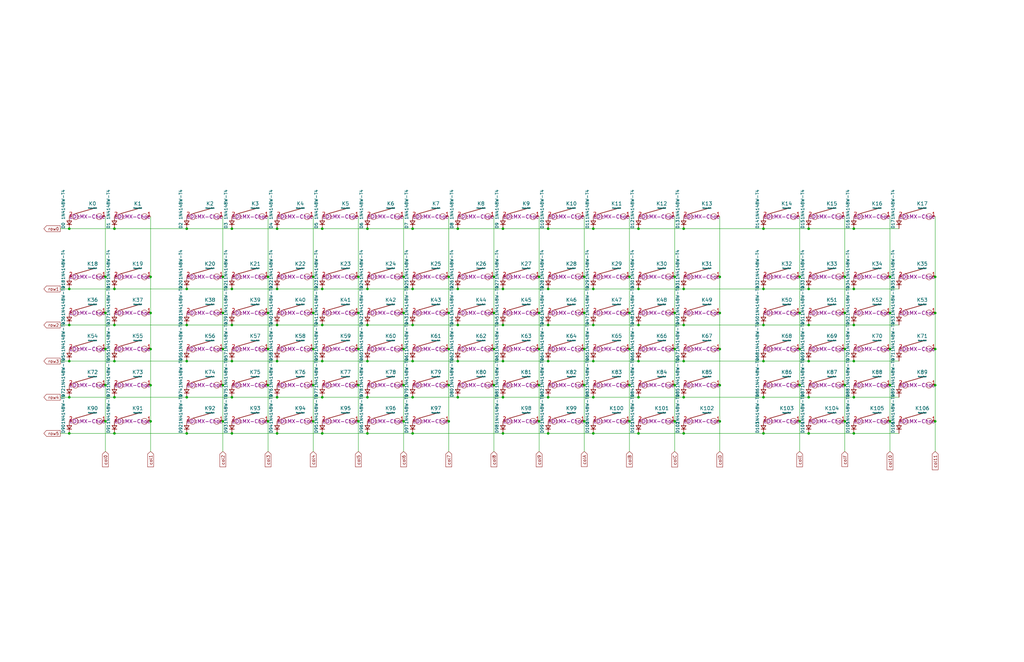
<source format=kicad_sch>
(kicad_sch (version 20211123) (generator eeschema)
  (paper "USLedger")
  (junction (at 250.19 121.92))
  (junction (at 246.38 116.84))
  (junction (at 44.45 162.56))
  (junction (at 135.89 152.4))
  (junction (at 356.235 132.08))
  (junction (at 212.09 152.4))
  (junction (at 356.235 162.56))
  (junction (at 208.28 147.32))
  (junction (at 116.84 152.4))
  (junction (at 44.45 147.32))
  (junction (at 250.19 167.64))
  (junction (at 231.14 137.16))
  (junction (at 29.21 167.64))
  (junction (at 189.23 116.84))
  (junction (at 48.26 121.92))
  (junction (at 154.94 121.92))
  (junction (at 93.98 132.08))
  (junction (at 250.19 137.16))
  (junction (at 78.74 182.88))
  (junction (at 97.79 137.16))
  (junction (at 212.09 121.92))
  (junction (at 78.74 167.64))
  (junction (at 265.43 147.32))
  (junction (at 151.13 116.84))
  (junction (at 193.04 137.16))
  (junction (at 246.38 162.56))
  (junction (at 208.28 162.56))
  (junction (at 288.29 167.64))
  (junction (at 173.99 152.4))
  (junction (at 44.45 177.8))
  (junction (at 97.79 121.92))
  (junction (at 48.26 152.4))
  (junction (at 63.5 162.56))
  (junction (at 265.43 162.56))
  (junction (at 173.99 96.52))
  (junction (at 135.89 167.64))
  (junction (at 394.335 116.84))
  (junction (at 265.43 177.8))
  (junction (at 97.79 96.52))
  (junction (at 321.945 182.88))
  (junction (at 48.26 137.16))
  (junction (at 337.185 177.8))
  (junction (at 337.185 116.84))
  (junction (at 97.79 152.4))
  (junction (at 93.98 147.32))
  (junction (at 135.89 121.92))
  (junction (at 356.235 116.84))
  (junction (at 337.185 162.56))
  (junction (at 132.08 132.08))
  (junction (at 135.89 96.52))
  (junction (at 356.235 177.8))
  (junction (at 227.33 147.32))
  (junction (at 360.045 96.52))
  (junction (at 375.285 147.32))
  (junction (at 116.84 182.88))
  (junction (at 284.48 162.56))
  (junction (at 231.14 182.88))
  (junction (at 212.09 182.88))
  (junction (at 360.045 167.64))
  (junction (at 340.995 152.4))
  (junction (at 116.84 96.52))
  (junction (at 78.74 96.52))
  (junction (at 321.945 167.64))
  (junction (at 116.84 121.92))
  (junction (at 321.945 121.92))
  (junction (at 208.28 132.08))
  (junction (at 78.74 121.92))
  (junction (at 48.26 182.88))
  (junction (at 303.53 177.8))
  (junction (at 29.21 182.88))
  (junction (at 151.13 147.32))
  (junction (at 132.08 162.56))
  (junction (at 170.18 132.08))
  (junction (at 189.23 162.56))
  (junction (at 113.03 162.56))
  (junction (at 212.09 167.64))
  (junction (at 29.21 96.52))
  (junction (at 303.53 162.56))
  (junction (at 321.945 152.4))
  (junction (at 231.14 167.64))
  (junction (at 337.185 147.32))
  (junction (at 269.24 152.4))
  (junction (at 227.33 162.56))
  (junction (at 288.29 137.16))
  (junction (at 116.84 137.16))
  (junction (at 250.19 152.4))
  (junction (at 231.14 96.52))
  (junction (at 48.26 96.52))
  (junction (at 269.24 182.88))
  (junction (at 269.24 167.64))
  (junction (at 269.24 96.52))
  (junction (at 208.28 116.84))
  (junction (at 173.99 167.64))
  (junction (at 135.89 137.16))
  (junction (at 78.74 152.4))
  (junction (at 340.995 121.92))
  (junction (at 113.03 177.8))
  (junction (at 170.18 116.84))
  (junction (at 193.04 121.92))
  (junction (at 151.13 132.08))
  (junction (at 135.89 182.88))
  (junction (at 29.21 121.92))
  (junction (at 48.26 167.64))
  (junction (at 375.285 162.56))
  (junction (at 375.285 116.84))
  (junction (at 93.98 177.8))
  (junction (at 394.335 132.08))
  (junction (at 97.79 167.64))
  (junction (at 132.08 177.8))
  (junction (at 265.43 132.08))
  (junction (at 170.18 162.56))
  (junction (at 269.24 121.92))
  (junction (at 63.5 147.32))
  (junction (at 246.38 132.08))
  (junction (at 189.23 132.08))
  (junction (at 288.29 182.88))
  (junction (at 63.5 177.8))
  (junction (at 360.045 121.92))
  (junction (at 29.21 137.16))
  (junction (at 154.94 167.64))
  (junction (at 170.18 177.8))
  (junction (at 173.99 121.92))
  (junction (at 193.04 152.4))
  (junction (at 113.03 147.32))
  (junction (at 93.98 116.84))
  (junction (at 189.23 147.32))
  (junction (at 193.04 167.64))
  (junction (at 212.09 137.16))
  (junction (at 29.21 152.4))
  (junction (at 284.48 132.08))
  (junction (at 375.285 177.8))
  (junction (at 151.13 177.8))
  (junction (at 116.84 167.64))
  (junction (at 154.94 182.88))
  (junction (at 288.29 152.4))
  (junction (at 250.19 182.88))
  (junction (at 154.94 152.4))
  (junction (at 231.14 121.92))
  (junction (at 375.285 132.08))
  (junction (at 193.04 96.52))
  (junction (at 250.19 96.52))
  (junction (at 321.945 137.16))
  (junction (at 356.235 147.32))
  (junction (at 288.29 96.52))
  (junction (at 97.79 182.88))
  (junction (at 265.43 116.84))
  (junction (at 360.045 137.16))
  (junction (at 360.045 152.4))
  (junction (at 93.98 162.56))
  (junction (at 227.33 177.8))
  (junction (at 303.53 132.08))
  (junction (at 246.38 177.8))
  (junction (at 44.45 116.84))
  (junction (at 154.94 96.52))
  (junction (at 394.335 147.32))
  (junction (at 394.335 177.8))
  (junction (at 288.29 121.92))
  (junction (at 113.03 116.84))
  (junction (at 173.99 137.16))
  (junction (at 284.48 116.84))
  (junction (at 246.38 147.32))
  (junction (at 63.5 116.84))
  (junction (at 340.995 182.88))
  (junction (at 284.48 147.32))
  (junction (at 303.53 147.32))
  (junction (at 337.185 132.08))
  (junction (at 303.53 116.84))
  (junction (at 170.18 147.32))
  (junction (at 360.045 182.88))
  (junction (at 132.08 147.32))
  (junction (at 231.14 152.4))
  (junction (at 212.09 96.52))
  (junction (at 269.24 137.16))
  (junction (at 340.995 167.64))
  (junction (at 340.995 96.52))
  (junction (at 132.08 116.84))
  (junction (at 151.13 162.56))
  (junction (at 113.03 132.08))
  (junction (at 44.45 132.08))
  (junction (at 321.945 96.52))
  (junction (at 340.995 137.16))
  (junction (at 63.5 132.08))
  (junction (at 227.33 116.84))
  (junction (at 284.48 177.8))
  (junction (at 189.23 177.8))
  (junction (at 394.335 162.56))
  (junction (at 78.74 137.16))
  (junction (at 227.33 132.08))
  (junction (at 154.94 137.16))
  (junction (at 173.99 182.88))
  (wire (pts (xy 375.285 147.32) (xy 375.285 162.56)))
  (wire (pts (xy 269.24 96.52) (xy 288.29 96.52)))
  (wire (pts (xy 116.84 167.64) (xy 97.79 167.64)))
  (wire (pts (xy 25.4 96.52) (xy 29.21 96.52)))
  (wire (pts (xy 93.98 132.08) (xy 93.98 147.32)))
  (wire (pts (xy 212.09 152.4) (xy 231.14 152.4)))
  (wire (pts (xy 189.23 91.44) (xy 189.23 116.84)))
  (wire (pts (xy 269.24 182.88) (xy 250.19 182.88)))
  (wire (pts (xy 321.945 121.92) (xy 340.995 121.92)))
  (wire (pts (xy 92.71 177.8) (xy 93.98 177.8)))
  (wire (pts (xy 48.26 96.52) (xy 29.21 96.52)))
  (wire (pts (xy 394.335 177.8) (xy 394.335 190.5)))
  (wire (pts (xy 173.99 182.88) (xy 212.09 182.88)))
  (wire (pts (xy 25.4 182.88) (xy 29.21 182.88)))
  (wire (pts (xy 360.045 121.92) (xy 379.095 121.92)))
  (wire (pts (xy 284.48 162.56) (xy 284.48 177.8)))
  (wire (pts (xy 303.53 162.56) (xy 303.53 177.8)))
  (wire (pts (xy 132.08 162.56) (xy 132.08 177.8)))
  (wire (pts (xy 394.335 116.84) (xy 394.335 132.08)))
  (wire (pts (xy 208.28 116.84) (xy 208.28 132.08)))
  (wire (pts (xy 288.29 167.64) (xy 269.24 167.64)))
  (wire (pts (xy 97.79 152.4) (xy 116.84 152.4)))
  (wire (pts (xy 227.33 91.44) (xy 227.33 116.84)))
  (wire (pts (xy 116.84 137.16) (xy 97.79 137.16)))
  (wire (pts (xy 132.08 116.84) (xy 132.08 132.08)))
  (wire (pts (xy 321.945 137.16) (xy 288.29 137.16)))
  (wire (pts (xy 173.99 121.92) (xy 193.04 121.92)))
  (wire (pts (xy 189.23 116.84) (xy 189.23 132.08)))
  (wire (pts (xy 93.98 116.84) (xy 93.98 132.08)))
  (wire (pts (xy 288.29 152.4) (xy 321.945 152.4)))
  (wire (pts (xy 151.13 147.32) (xy 151.13 162.56)))
  (wire (pts (xy 337.185 91.44) (xy 337.185 116.84)))
  (wire (pts (xy 170.18 91.44) (xy 170.18 116.84)))
  (wire (pts (xy 78.74 121.92) (xy 97.79 121.92)))
  (wire (pts (xy 25.4 137.16) (xy 29.21 137.16)))
  (wire (pts (xy 63.5 132.08) (xy 63.5 147.32)))
  (wire (pts (xy 375.285 132.08) (xy 375.285 147.32)))
  (wire (pts (xy 173.99 152.4) (xy 193.04 152.4)))
  (wire (pts (xy 48.26 152.4) (xy 78.74 152.4)))
  (wire (pts (xy 48.26 182.88) (xy 29.21 182.88)))
  (wire (pts (xy 250.19 137.16) (xy 231.14 137.16)))
  (wire (pts (xy 44.45 132.08) (xy 44.45 147.32)))
  (wire (pts (xy 231.14 167.64) (xy 212.09 167.64)))
  (wire (pts (xy 29.21 152.4) (xy 48.26 152.4)))
  (wire (pts (xy 63.5 177.8) (xy 63.5 190.5)))
  (wire (pts (xy 154.94 137.16) (xy 135.89 137.16)))
  (wire (pts (xy 265.43 132.08) (xy 265.43 147.32)))
  (wire (pts (xy 269.24 152.4) (xy 288.29 152.4)))
  (wire (pts (xy 97.79 121.92) (xy 116.84 121.92)))
  (wire (pts (xy 189.23 132.08) (xy 189.23 147.32)))
  (wire (pts (xy 212.09 137.16) (xy 193.04 137.16)))
  (wire (pts (xy 284.48 116.84) (xy 284.48 132.08)))
  (wire (pts (xy 360.045 167.64) (xy 340.995 167.64)))
  (wire (pts (xy 116.84 152.4) (xy 135.89 152.4)))
  (wire (pts (xy 93.98 177.8) (xy 93.98 190.5)))
  (wire (pts (xy 246.38 132.08) (xy 246.38 147.32)))
  (wire (pts (xy 29.21 121.92) (xy 48.26 121.92)))
  (wire (pts (xy 44.45 177.8) (xy 44.45 190.5)))
  (wire (pts (xy 132.08 91.44) (xy 132.08 116.84)))
  (wire (pts (xy 113.03 132.08) (xy 113.03 147.32)))
  (wire (pts (xy 303.53 91.44) (xy 303.53 116.84)))
  (wire (pts (xy 63.5 91.44) (xy 63.5 116.84)))
  (wire (pts (xy 48.26 96.52) (xy 78.74 96.52)))
  (wire (pts (xy 231.14 96.52) (xy 250.19 96.52)))
  (wire (pts (xy 193.04 96.52) (xy 212.09 96.52)))
  (wire (pts (xy 113.03 91.44) (xy 113.03 116.84)))
  (wire (pts (xy 265.43 162.56) (xy 265.43 177.8)))
  (wire (pts (xy 337.185 132.08) (xy 337.185 116.84)))
  (wire (pts (xy 116.84 96.52) (xy 135.89 96.52)))
  (wire (pts (xy 44.45 162.56) (xy 44.45 177.8)))
  (wire (pts (xy 170.18 132.08) (xy 170.18 147.32)))
  (wire (pts (xy 170.18 116.84) (xy 170.18 132.08)))
  (wire (pts (xy 288.29 182.88) (xy 269.24 182.88)))
  (wire (pts (xy 227.33 177.8) (xy 227.33 190.5)))
  (wire (pts (xy 356.235 116.84) (xy 356.235 132.08)))
  (wire (pts (xy 151.13 162.56) (xy 151.13 177.8)))
  (wire (pts (xy 227.33 132.08) (xy 227.33 147.32)))
  (wire (pts (xy 48.26 167.64) (xy 29.21 167.64)))
  (wire (pts (xy 360.045 182.88) (xy 379.095 182.88)))
  (wire (pts (xy 356.235 177.8) (xy 356.235 190.5)))
  (wire (pts (xy 321.945 152.4) (xy 340.995 152.4)))
  (wire (pts (xy 231.14 121.92) (xy 250.19 121.92)))
  (wire (pts (xy 284.48 91.44) (xy 284.48 116.84)))
  (wire (pts (xy 321.945 182.88) (xy 288.29 182.88)))
  (wire (pts (xy 212.09 96.52) (xy 231.14 96.52)))
  (wire (pts (xy 170.18 177.8) (xy 170.18 190.5)))
  (wire (pts (xy 135.89 137.16) (xy 116.84 137.16)))
  (wire (pts (xy 63.5 116.84) (xy 63.5 132.08)))
  (wire (pts (xy 193.04 152.4) (xy 212.09 152.4)))
  (wire (pts (xy 151.13 91.44) (xy 151.13 116.84)))
  (wire (pts (xy 116.84 121.92) (xy 135.89 121.92)))
  (wire (pts (xy 189.23 177.8) (xy 189.23 190.5)))
  (wire (pts (xy 151.13 116.84) (xy 151.13 132.08)))
  (wire (pts (xy 303.53 147.32) (xy 303.53 162.56)))
  (wire (pts (xy 250.19 121.92) (xy 269.24 121.92)))
  (wire (pts (xy 170.18 162.56) (xy 170.18 177.8)))
  (wire (pts (xy 265.43 177.8) (xy 265.43 190.5)))
  (wire (pts (xy 379.095 137.16) (xy 360.045 137.16)))
  (wire (pts (xy 97.79 137.16) (xy 78.74 137.16)))
  (wire (pts (xy 132.08 132.08) (xy 132.08 147.32)))
  (wire (pts (xy 231.14 182.88) (xy 212.09 182.88)))
  (wire (pts (xy 265.43 116.84) (xy 265.43 132.08)))
  (wire (pts (xy 375.285 91.44) (xy 375.285 116.84)))
  (wire (pts (xy 154.94 152.4) (xy 173.99 152.4)))
  (wire (pts (xy 208.28 132.08) (xy 208.28 147.32)))
  (wire (pts (xy 337.185 177.8) (xy 337.185 190.5)))
  (wire (pts (xy 360.045 137.16) (xy 340.995 137.16)))
  (wire (pts (xy 189.23 147.32) (xy 189.23 162.56)))
  (wire (pts (xy 375.285 177.8) (xy 375.285 190.5)))
  (wire (pts (xy 227.33 162.56) (xy 227.33 177.8)))
  (wire (pts (xy 394.335 132.08) (xy 394.335 147.32)))
  (wire (pts (xy 246.38 177.8) (xy 246.38 190.5)))
  (wire (pts (xy 44.45 91.44) (xy 44.45 116.84)))
  (wire (pts (xy 135.89 121.92) (xy 154.94 121.92)))
  (wire (pts (xy 303.53 116.84) (xy 303.53 132.08)))
  (wire (pts (xy 97.79 96.52) (xy 116.84 96.52)))
  (wire (pts (xy 173.99 96.52) (xy 193.04 96.52)))
  (wire (pts (xy 212.09 121.92) (xy 231.14 121.92)))
  (wire (pts (xy 265.43 91.44) (xy 265.43 116.84)))
  (wire (pts (xy 321.945 167.64) (xy 288.29 167.64)))
  (wire (pts (xy 340.995 137.16) (xy 321.945 137.16)))
  (wire (pts (xy 113.03 116.84) (xy 113.03 132.08)))
  (wire (pts (xy 284.48 177.8) (xy 284.48 190.5)))
  (wire (pts (xy 113.03 162.56) (xy 113.03 177.8)))
  (wire (pts (xy 356.235 132.08) (xy 356.235 147.32)))
  (wire (pts (xy 113.03 177.8) (xy 113.03 190.5)))
  (wire (pts (xy 394.335 162.56) (xy 394.335 177.8)))
  (wire (pts (xy 135.89 182.88) (xy 116.84 182.88)))
  (wire (pts (xy 193.04 137.16) (xy 173.99 137.16)))
  (wire (pts (xy 48.26 121.92) (xy 78.74 121.92)))
  (wire (pts (xy 25.4 152.4) (xy 29.21 152.4)))
  (wire (pts (xy 97.79 167.64) (xy 78.74 167.64)))
  (wire (pts (xy 250.19 167.64) (xy 231.14 167.64)))
  (wire (pts (xy 212.09 167.64) (xy 193.04 167.64)))
  (wire (pts (xy 356.235 147.32) (xy 356.235 162.56)))
  (wire (pts (xy 360.045 152.4) (xy 379.095 152.4)))
  (wire (pts (xy 116.84 182.88) (xy 97.79 182.88)))
  (wire (pts (xy 44.45 147.32) (xy 44.45 162.56)))
  (wire (pts (xy 303.53 132.08) (xy 303.53 147.32)))
  (wire (pts (xy 48.26 137.16) (xy 29.21 137.16)))
  (wire (pts (xy 48.26 182.88) (xy 78.74 182.88)))
  (wire (pts (xy 48.26 137.16) (xy 78.74 137.16)))
  (wire (pts (xy 356.235 91.44) (xy 356.235 116.84)))
  (wire (pts (xy 250.19 96.52) (xy 269.24 96.52)))
  (wire (pts (xy 63.5 147.32) (xy 63.5 162.56)))
  (wire (pts (xy 189.23 162.56) (xy 189.23 177.8)))
  (wire (pts (xy 394.335 147.32) (xy 394.335 162.56)))
  (wire (pts (xy 154.94 167.64) (xy 135.89 167.64)))
  (wire (pts (xy 360.045 167.64) (xy 379.095 167.64)))
  (wire (pts (xy 246.38 116.84) (xy 246.38 132.08)))
  (wire (pts (xy 269.24 167.64) (xy 250.19 167.64)))
  (wire (pts (xy 208.28 162.56) (xy 208.28 190.5)))
  (wire (pts (xy 231.14 137.16) (xy 212.09 137.16)))
  (wire (pts (xy 284.48 132.08) (xy 284.48 147.32)))
  (wire (pts (xy 78.74 152.4) (xy 97.79 152.4)))
  (wire (pts (xy 193.04 167.64) (xy 173.99 167.64)))
  (wire (pts (xy 250.19 182.88) (xy 231.14 182.88)))
  (wire (pts (xy 227.33 147.32) (xy 227.33 162.56)))
  (wire (pts (xy 170.18 147.32) (xy 170.18 162.56)))
  (wire (pts (xy 173.99 137.16) (xy 154.94 137.16)))
  (wire (pts (xy 288.29 96.52) (xy 321.945 96.52)))
  (wire (pts (xy 132.08 177.8) (xy 132.08 190.5)))
  (wire (pts (xy 269.24 121.92) (xy 288.29 121.92)))
  (wire (pts (xy 208.28 91.44) (xy 208.28 116.84)))
  (wire (pts (xy 337.185 147.32) (xy 337.185 132.08)))
  (wire (pts (xy 246.38 147.32) (xy 246.38 162.56)))
  (wire (pts (xy 93.98 162.56) (xy 93.98 177.8)))
  (wire (pts (xy 246.38 91.44) (xy 246.38 116.84)))
  (wire (pts (xy 337.185 147.32) (xy 337.185 162.56)))
  (wire (pts (xy 135.89 152.4) (xy 154.94 152.4)))
  (wire (pts (xy 173.99 182.88) (xy 154.94 182.88)))
  (wire (pts (xy 269.24 137.16) (xy 250.19 137.16)))
  (wire (pts (xy 321.945 96.52) (xy 340.995 96.52)))
  (wire (pts (xy 250.19 152.4) (xy 269.24 152.4)))
  (wire (pts (xy 78.74 182.88) (xy 97.79 182.88)))
  (wire (pts (xy 93.98 91.44) (xy 93.98 116.84)))
  (wire (pts (xy 340.995 167.64) (xy 321.945 167.64)))
  (wire (pts (xy 25.4 167.64) (xy 29.21 167.64)))
  (wire (pts (xy 303.53 177.8) (xy 303.53 190.5)))
  (wire (pts (xy 25.4 121.92) (xy 29.21 121.92)))
  (wire (pts (xy 113.03 147.32) (xy 113.03 162.56)))
  (wire (pts (xy 231.14 152.4) (xy 250.19 152.4)))
  (wire (pts (xy 360.045 182.88) (xy 340.995 182.88)))
  (wire (pts (xy 132.08 147.32) (xy 132.08 162.56)))
  (wire (pts (xy 154.94 96.52) (xy 173.99 96.52)))
  (wire (pts (xy 288.29 121.92) (xy 321.945 121.92)))
  (wire (pts (xy 265.43 147.32) (xy 265.43 162.56)))
  (wire (pts (xy 151.13 177.8) (xy 151.13 190.5)))
  (wire (pts (xy 356.235 162.56) (xy 356.235 177.8)))
  (wire (pts (xy 246.38 162.56) (xy 246.38 177.8)))
  (wire (pts (xy 48.26 167.64) (xy 78.74 167.64)))
  (wire (pts (xy 208.28 147.32) (xy 208.28 162.56)))
  (wire (pts (xy 337.185 162.56) (xy 337.185 177.8)))
  (wire (pts (xy 63.5 162.56) (xy 63.5 177.8)))
  (wire (pts (xy 340.995 121.92) (xy 360.045 121.92)))
  (wire (pts (xy 360.045 96.52) (xy 379.095 96.52)))
  (wire (pts (xy 340.995 96.52) (xy 360.045 96.52)))
  (wire (pts (xy 78.74 96.52) (xy 97.79 96.52)))
  (wire (pts (xy 151.13 132.08) (xy 151.13 147.32)))
  (wire (pts (xy 340.995 152.4) (xy 360.045 152.4)))
  (wire (pts (xy 173.99 167.64) (xy 154.94 167.64)))
  (wire (pts (xy 135.89 96.52) (xy 154.94 96.52)))
  (wire (pts (xy 375.285 116.84) (xy 375.285 132.08)))
  (wire (pts (xy 93.98 147.32) (xy 93.98 162.56)))
  (wire (pts (xy 154.94 182.88) (xy 135.89 182.88)))
  (wire (pts (xy 44.45 116.84) (xy 44.45 132.08)))
  (wire (pts (xy 394.335 91.44) (xy 394.335 116.84)))
  (wire (pts (xy 288.29 137.16) (xy 269.24 137.16)))
  (wire (pts (xy 193.04 121.92) (xy 212.09 121.92)))
  (wire (pts (xy 154.94 121.92) (xy 173.99 121.92)))
  (wire (pts (xy 227.33 116.84) (xy 227.33 132.08)))
  (wire (pts (xy 284.48 147.32) (xy 284.48 162.56)))
  (wire (pts (xy 340.995 182.88) (xy 321.945 182.88)))
  (wire (pts (xy 375.285 162.56) (xy 375.285 177.8)))
  (wire (pts (xy 135.89 167.64) (xy 116.84 167.64)))
  (global_label "colB" (shape input) (at 265.43 190.5 270) (property "Intersheet References" "${INTERSHEET_REFS}" (effects hide)))
  (global_label "colE" (shape input) (at 337.185 190.5 270) (property "Intersheet References" "${INTERSHEET_REFS}" (effects hide)))
  (global_label "col11" (shape input) (at 394.335 190.5 270) (property "Intersheet References" "${INTERSHEET_REFS}" (effects hide)))
  (global_label "col6" (shape input) (at 170.18 190.5 270) (property "Intersheet References" "${INTERSHEET_REFS}" (effects hide)))
  (global_label "col5" (shape input) (at 151.13 190.5 270) (property "Intersheet References" "${INTERSHEET_REFS}" (effects hide)))
  (global_label "colA" (shape input) (at 246.38 190.5 270) (property "Intersheet References" "${INTERSHEET_REFS}" (effects hide)))
  (global_label "col2" (shape input) (at 93.98 190.5 270) (property "Intersheet References" "${INTERSHEET_REFS}" (effects hide)))
  (global_label "col8" (shape input) (at 208.28 190.5 270) (property "Intersheet References" "${INTERSHEET_REFS}" (effects hide)))
  (global_label "row4" (shape output) (at 25.4 167.64 180) (property "Intersheet References" "${INTERSHEET_REFS}" (effects hide)))
  (global_label "col4" (shape input) (at 132.08 190.5 270) (property "Intersheet References" "${INTERSHEET_REFS}" (effects hide)))
  (global_label "row3" (shape output) (at 25.4 152.4 180) (property "Intersheet References" "${INTERSHEET_REFS}" (effects hide)))
  (global_label "col1" (shape input) (at 63.5 190.5 270) (property "Intersheet References" "${INTERSHEET_REFS}" (effects hide)))
  (global_label "col7" (shape input) (at 189.23 190.5 270) (property "Intersheet References" "${INTERSHEET_REFS}" (effects hide)))
  (global_label "col0" (shape input) (at 44.45 190.5 270) (property "Intersheet References" "${INTERSHEET_REFS}" (effects hide)))
  (global_label "colD" (shape input) (at 303.53 190.5 270) (property "Intersheet References" "${INTERSHEET_REFS}" (effects hide)))
  (global_label "row5" (shape output) (at 25.4 182.88 180) (property "Intersheet References" "${INTERSHEET_REFS}" (effects hide)))
  (global_label "col3" (shape input) (at 113.03 190.5 270) (property "Intersheet References" "${INTERSHEET_REFS}" (effects hide)))
  (global_label "row1" (shape output) (at 25.4 121.92 180) (property "Intersheet References" "${INTERSHEET_REFS}" (effects hide)))
  (global_label "col9" (shape input) (at 227.33 190.5 270) (property "Intersheet References" "${INTERSHEET_REFS}" (effects hide)))
  (global_label "colC" (shape input) (at 284.48 190.5 270) (property "Intersheet References" "${INTERSHEET_REFS}" (effects hide)))
  (global_label "col10" (shape input) (at 375.285 190.5 270) (property "Intersheet References" "${INTERSHEET_REFS}" (effects hide)))
  (global_label "row2" (shape output) (at 25.4 137.16 180) (property "Intersheet References" "${INTERSHEET_REFS}" (effects hide)))
  (global_label "row0" (shape output) (at 25.4 96.52 180) (property "Intersheet References" "${INTERSHEET_REFS}" (effects hide)))
  (global_label "colF" (shape input) (at 356.235 190.5 270) (property "Intersheet References" "${INTERSHEET_REFS}" (effects hide)))
  (symbol (lib_id "Device:D_Small") (at 78.74 149.86 270) (mirror x) (unit 1)
    (property "Reference" "D56" (at 76.2 152.4 0) (effects (justify left)))
    (property "Value" "1N4148W-T4" (at 76.2 148.59 0) (effects (justify left)))
    (property "Footprint" "EDI:D_SOD-523" (effects hide))
    (property "LCSC" "C68948" (effects hide))
  )
  (symbol (lib_id "EDI:Keyswitch") (at 200.66 132.08 0) (unit 1)
    (property "Reference" "K44" (at 202.8444 126.5682 0) (effects (font (size 1.524 1.524))))
    (property "Value" "Keyswitch" (at 202.8444 128.4478 0) (effects (font (size 0.508 0.508))))
    (property "Footprint" "EDI:MX-Choc" (at 200.66 132.08 0) (effects (font (size 1.524 1.524))))
  )
  (symbol (lib_id "Device:D_Small") (at 231.14 119.38 270) (mirror x) (unit 1)
    (property "Reference" "D28" (at 228.6 121.92 0) (effects (justify left)))
    (property "Value" "1N4148W-T4" (at 228.6 118.11 0) (effects (justify left)))
    (property "Footprint" "EDI:D_SOD-523" (effects hide))
    (property "LCSC" "C68948" (effects hide))
  )
  (symbol (lib_id "Device:D_Small") (at 154.94 165.1 270) (mirror x) (unit 1)
    (property "Reference" "D78" (at 152.4 167.64 0) (effects (justify left)))
    (property "Value" "1N4148W-T4" (at 152.4 163.83 0) (effects (justify left)))
    (property "Footprint" "EDI:D_SOD-523" (effects hide))
    (property "LCSC" "C68948" (effects hide))
  )
  (symbol (lib_id "Device:D_Small") (at 360.045 165.1 270) (mirror x) (unit 1)
    (property "Reference" "D88" (at 357.505 167.64 0) (effects (justify left)))
    (property "Value" "1N4148W-T4" (at 357.505 163.83 0) (effects (justify left)))
    (property "Footprint" "EDI:D_SOD-523" (effects hide))
    (property "LCSC" "C68948" (effects hide))
  )
  (symbol (lib_id "EDI:Keyswitch") (at 219.71 177.8 0) (unit 1)
    (property "Reference" "K98" (at 221.8944 172.2882 0) (effects (font (size 1.524 1.524))))
    (property "Value" "Keyswitch" (at 221.8944 174.1678 0) (effects (font (size 0.508 0.508))))
    (property "Footprint" "EDI:MX-Choc" (at 219.71 177.8 0) (effects (font (size 1.524 1.524))))
  )
  (symbol (lib_id "EDI:Keyswitch") (at 238.76 116.84 0) (unit 1)
    (property "Reference" "K28" (at 240.9444 111.3282 0) (effects (font (size 1.524 1.524))))
    (property "Value" "Keyswitch" (at 240.9444 113.2078 0) (effects (font (size 0.508 0.508))))
    (property "Footprint" "EDI:MX-Choc" (at 238.76 116.84 0) (effects (font (size 1.524 1.524))))
  )
  (symbol (lib_id "Device:D_Small") (at 269.24 149.86 270) (mirror x) (unit 1)
    (property "Reference" "D66" (at 266.7 152.4 0) (effects (justify left)))
    (property "Value" "1N4148W-T4" (at 266.7 148.59 0) (effects (justify left)))
    (property "Footprint" "EDI:D_SOD-523" (effects hide))
    (property "LCSC" "C68948" (effects hide))
  )
  (symbol (lib_id "EDI:Keyswitch") (at 36.83 162.56 0) (unit 1)
    (property "Reference" "K72" (at 39.0144 157.0482 0) (effects (font (size 1.524 1.524))))
    (property "Value" "Keyswitch" (at 39.0144 158.9278 0) (effects (font (size 0.508 0.508))))
    (property "Footprint" "EDI:MX-Choc" (at 36.83 162.56 0) (effects (font (size 1.524 1.524))))
  )
  (symbol (lib_id "Device:D_Small") (at 48.26 180.34 270) (mirror x) (unit 1)
    (property "Reference" "D91" (at 45.72 182.88 0) (effects (justify left)))
    (property "Value" "1N4148W-T4" (at 45.72 179.07 0) (effects (justify left)))
    (property "Footprint" "EDI:D_SOD-523" (effects hide))
    (property "LCSC" "C68948" (effects hide))
  )
  (symbol (lib_id "Device:D_Small") (at 154.94 149.86 270) (mirror x) (unit 1)
    (property "Reference" "D60" (at 152.4 152.4 0) (effects (justify left)))
    (property "Value" "1N4148W-T4" (at 152.4 148.59 0) (effects (justify left)))
    (property "Footprint" "EDI:D_SOD-523" (effects hide))
    (property "LCSC" "C68948" (effects hide))
  )
  (symbol (lib_id "Device:D_Small") (at 97.79 180.34 270) (mirror x) (unit 1)
    (property "Reference" "D93" (at 95.25 182.88 0) (effects (justify left)))
    (property "Value" "1N4148W-T4" (at 95.25 179.07 0) (effects (justify left)))
    (property "Footprint" "EDI:D_SOD-523" (effects hide))
    (property "LCSC" "C68948" (effects hide))
  )
  (symbol (lib_id "EDI:Keyswitch") (at 124.46 91.44 0) (unit 1)
    (property "Reference" "K4" (at 126.6444 85.9282 0) (effects (font (size 1.524 1.524))))
    (property "Value" "Keyswitch" (at 126.6444 87.8078 0) (effects (font (size 0.508 0.508))))
    (property "Footprint" "EDI:MX-Choc" (at 124.46 91.44 0) (effects (font (size 1.524 1.524))))
  )
  (symbol (lib_id "Device:D_Small") (at 97.79 149.86 270) (mirror x) (unit 1)
    (property "Reference" "D57" (at 95.25 152.4 0) (effects (justify left)))
    (property "Value" "1N4148W-T4" (at 95.25 148.59 0) (effects (justify left)))
    (property "Footprint" "EDI:D_SOD-523" (effects hide))
    (property "LCSC" "C68948" (effects hide))
  )
  (symbol (lib_id "Device:D_Small") (at 193.04 134.62 270) (mirror x) (unit 1)
    (property "Reference" "D44" (at 190.5 137.16 0) (effects (justify left)))
    (property "Value" "1N4148W-T4" (at 190.5 133.35 0) (effects (justify left)))
    (property "Footprint" "EDI:D_SOD-523" (effects hide))
    (property "LCSC" "C68948" (effects hide))
  )
  (symbol (lib_id "Device:D_Small") (at 173.99 119.38 270) (mirror x) (unit 1)
    (property "Reference" "D25" (at 171.45 121.92 0) (effects (justify left)))
    (property "Value" "1N4148W-T4" (at 171.45 118.11 0) (effects (justify left)))
    (property "Footprint" "EDI:D_SOD-523" (effects hide))
    (property "LCSC" "C68948" (effects hide))
  )
  (symbol (lib_id "Device:D_Small") (at 173.99 180.34 270) (mirror x) (unit 1)
    (property "Reference" "D97" (at 171.45 182.88 0) (effects (justify left)))
    (property "Value" "1N4148W-T4" (at 171.45 179.07 0) (effects (justify left)))
    (property "Footprint" "EDI:D_SOD-523" (effects hide))
    (property "LCSC" "C68948" (effects hide))
  )
  (symbol (lib_id "Device:D_Small") (at 288.29 180.34 270) (mirror x) (unit 1)
    (property "Reference" "D102" (at 285.75 182.88 0) (effects (justify left)))
    (property "Value" "1N4148W-T4" (at 285.75 179.07 0) (effects (justify left)))
    (property "Footprint" "EDI:D_SOD-523" (effects hide))
    (property "LCSC" "C68948" (effects hide))
  )
  (symbol (lib_id "EDI:Keyswitch") (at 36.83 147.32 0) (unit 1)
    (property "Reference" "K54" (at 39.0144 141.8082 0) (effects (font (size 1.524 1.524))))
    (property "Value" "Keyswitch" (at 39.0144 143.6878 0) (effects (font (size 0.508 0.508))))
    (property "Footprint" "EDI:MX-Choc" (at 36.83 147.32 0) (effects (font (size 1.524 1.524))))
  )
  (symbol (lib_id "Device:D_Small") (at 269.24 165.1 270) (mirror x) (unit 1)
    (property "Reference" "D84" (at 266.7 167.64 0) (effects (justify left)))
    (property "Value" "1N4148W-T4" (at 266.7 163.83 0) (effects (justify left)))
    (property "Footprint" "EDI:D_SOD-523" (effects hide))
    (property "LCSC" "C68948" (effects hide))
  )
  (symbol (lib_id "Device:D_Small") (at 360.045 149.86 270) (mirror x) (unit 1)
    (property "Reference" "D70" (at 357.505 152.4 0) (effects (justify left)))
    (property "Value" "1N4148W-T4" (at 357.505 148.59 0) (effects (justify left)))
    (property "Footprint" "EDI:D_SOD-523" (effects hide))
    (property "LCSC" "C68948" (effects hide))
  )
  (symbol (lib_id "Device:D_Small") (at 212.09 180.34 270) (mirror x) (unit 1)
    (property "Reference" "D98" (at 209.55 182.88 0) (effects (justify left)))
    (property "Value" "1N4148W-T4" (at 209.55 179.07 0) (effects (justify left)))
    (property "Footprint" "EDI:D_SOD-523" (effects hide))
    (property "LCSC" "C68948" (effects hide))
  )
  (symbol (lib_id "EDI:Keyswitch") (at 105.41 132.08 0) (unit 1)
    (property "Reference" "K39" (at 107.5944 126.5682 0) (effects (font (size 1.524 1.524))))
    (property "Value" "Keyswitch" (at 107.5944 128.4478 0) (effects (font (size 0.508 0.508))))
    (property "Footprint" "EDI:MX-Choc" (at 105.41 132.08 0) (effects (font (size 1.524 1.524))))
  )
  (symbol (lib_id "EDI:Keyswitch") (at 367.665 147.32 0) (unit 1)
    (property "Reference" "K70" (at 369.8494 141.8082 0) (effects (font (size 1.524 1.524))))
    (property "Value" "Keyswitch" (at 369.8494 143.6878 0) (effects (font (size 0.508 0.508))))
    (property "Footprint" "EDI:MX-Choc" (at 367.665 147.32 0) (effects (font (size 1.524 1.524))))
  )
  (symbol (lib_id "EDI:Keyswitch") (at 162.56 177.8 0) (unit 1)
    (property "Reference" "K96" (at 164.7444 172.2882 0) (effects (font (size 1.524 1.524))))
    (property "Value" "Keyswitch" (at 164.7444 174.1678 0) (effects (font (size 0.508 0.508))))
    (property "Footprint" "EDI:MX-Choc" (at 162.56 177.8 0) (effects (font (size 1.524 1.524))))
  )
  (symbol (lib_id "EDI:Keyswitch") (at 386.715 177.8 0) (unit 1)
    (property "Reference" "K106" (at 388.8994 172.2882 0) (effects (font (size 1.524 1.524))))
    (property "Value" "Keyswitch" (at 388.8994 174.1678 0) (effects (font (size 0.508 0.508))))
    (property "Footprint" "EDI:MX-Choc" (at 386.715 177.8 0) (effects (font (size 1.524 1.524))))
  )
  (symbol (lib_id "Device:D_Small") (at 250.19 149.86 270) (mirror x) (unit 1)
    (property "Reference" "D65" (at 247.65 152.4 0) (effects (justify left)))
    (property "Value" "1N4148W-T4" (at 247.65 148.59 0) (effects (justify left)))
    (property "Footprint" "EDI:D_SOD-523" (effects hide))
    (property "LCSC" "C68948" (effects hide))
  )
  (symbol (lib_id "Device:D_Small") (at 288.29 134.62 270) (mirror x) (unit 1)
    (property "Reference" "D49" (at 285.75 137.16 0) (effects (justify left)))
    (property "Value" "1N4148W-T4" (at 285.75 133.35 0) (effects (justify left)))
    (property "Footprint" "EDI:D_SOD-523" (effects hide))
    (property "LCSC" "C68948" (effects hide))
  )
  (symbol (lib_id "Device:D_Small") (at 154.94 93.98 270) (mirror x) (unit 1)
    (property "Reference" "D6" (at 152.4 96.52 0) (effects (justify left)))
    (property "Value" "1N4148W-T4" (at 152.4 92.71 0) (effects (justify left)))
    (property "Footprint" "EDI:D_SOD-523" (effects hide))
    (property "LCSC" "C68948" (effects hide))
  )
  (symbol (lib_id "Device:D_Small") (at 321.945 134.62 270) (mirror x) (unit 1)
    (property "Reference" "D50" (at 319.405 137.16 0) (effects (justify left)))
    (property "Value" "1N4148W-T4" (at 319.405 133.35 0) (effects (justify left)))
    (property "Footprint" "EDI:D_SOD-523" (effects hide))
    (property "LCSC" "C68948" (effects hide))
  )
  (symbol (lib_id "EDI:Keyswitch") (at 238.76 147.32 0) (unit 1)
    (property "Reference" "K64" (at 240.9444 141.8082 0) (effects (font (size 1.524 1.524))))
    (property "Value" "Keyswitch" (at 240.9444 143.6878 0) (effects (font (size 0.508 0.508))))
    (property "Footprint" "EDI:MX-Choc" (at 238.76 147.32 0) (effects (font (size 1.524 1.524))))
  )
  (symbol (lib_id "Device:D_Small") (at 250.19 180.34 270) (mirror x) (unit 1)
    (property "Reference" "D100" (at 247.65 182.88 0) (effects (justify left)))
    (property "Value" "1N4148W-T4" (at 247.65 179.07 0) (effects (justify left)))
    (property "Footprint" "EDI:D_SOD-523" (effects hide))
    (property "LCSC" "C68948" (effects hide))
  )
  (symbol (lib_id "Device:D_Small") (at 97.79 134.62 270) (mirror x) (unit 1)
    (property "Reference" "D39" (at 95.25 137.16 0) (effects (justify left)))
    (property "Value" "1N4148W-T4" (at 95.25 133.35 0) (effects (justify left)))
    (property "Footprint" "EDI:D_SOD-523" (effects hide))
    (property "LCSC" "C68948" (effects hide))
  )
  (symbol (lib_id "EDI:Keyswitch") (at 181.61 116.84 0) (unit 1)
    (property "Reference" "K25" (at 183.7944 111.3282 0) (effects (font (size 1.524 1.524))))
    (property "Value" "Keyswitch" (at 183.7944 113.2078 0) (effects (font (size 0.508 0.508))))
    (property "Footprint" "EDI:MX-Choc" (at 181.61 116.84 0) (effects (font (size 1.524 1.524))))
  )
  (symbol (lib_id "EDI:Keyswitch") (at 105.41 177.8 0) (unit 1)
    (property "Reference" "K93" (at 107.5944 172.2882 0) (effects (font (size 1.524 1.524))))
    (property "Value" "Keyswitch" (at 107.5944 174.1678 0) (effects (font (size 0.508 0.508))))
    (property "Footprint" "EDI:MX-Choc" (at 105.41 177.8 0) (effects (font (size 1.524 1.524))))
  )
  (symbol (lib_id "EDI:Keyswitch") (at 36.83 177.8 0) (unit 1)
    (property "Reference" "K90" (at 39.0144 172.2882 0) (effects (font (size 1.524 1.524))))
    (property "Value" "Keyswitch" (at 39.0144 174.1678 0) (effects (font (size 0.508 0.508))))
    (property "Footprint" "EDI:MX-Choc" (at 36.83 177.8 0) (effects (font (size 1.524 1.524))))
  )
  (symbol (lib_id "Device:D_Small") (at 29.21 165.1 270) (mirror x) (unit 1)
    (property "Reference" "D72" (at 26.67 167.64 0) (effects (justify left)))
    (property "Value" "1N4148W-T4" (at 26.67 163.83 0) (effects (justify left)))
    (property "Footprint" "EDI:D_SOD-523" (effects hide))
    (property "LCSC" "C68948" (effects hide))
  )
  (symbol (lib_id "EDI:Keyswitch") (at 276.86 162.56 0) (unit 1)
    (property "Reference" "K84" (at 279.0444 157.0482 0) (effects (font (size 1.524 1.524))))
    (property "Value" "Keyswitch" (at 279.0444 158.9278 0) (effects (font (size 0.508 0.508))))
    (property "Footprint" "EDI:MX-Choc" (at 276.86 162.56 0) (effects (font (size 1.524 1.524))))
  )
  (symbol (lib_id "Device:D_Small") (at 340.995 165.1 270) (mirror x) (unit 1)
    (property "Reference" "D87" (at 338.455 167.64 0) (effects (justify left)))
    (property "Value" "1N4148W-T4" (at 338.455 163.83 0) (effects (justify left)))
    (property "Footprint" "EDI:D_SOD-523" (effects hide))
    (property "LCSC" "C68948" (effects hide))
  )
  (symbol (lib_id "EDI:Keyswitch") (at 348.615 116.84 0) (unit 1)
    (property "Reference" "K33" (at 350.7994 111.3282 0) (effects (font (size 1.524 1.524))))
    (property "Value" "Keyswitch" (at 350.7994 113.2078 0) (effects (font (size 0.508 0.508))))
    (property "Footprint" "EDI:MX-Choc" (at 348.615 116.84 0) (effects (font (size 1.524 1.524))))
  )
  (symbol (lib_id "Device:D_Small") (at 193.04 93.98 270) (mirror x) (unit 1)
    (property "Reference" "D8" (at 190.5 96.52 0) (effects (justify left)))
    (property "Value" "1N4148W-T4" (at 190.5 92.71 0) (effects (justify left)))
    (property "Footprint" "EDI:D_SOD-523" (effects hide))
    (property "LCSC" "C68948" (effects hide))
  )
  (symbol (lib_id "Device:D_Small") (at 29.21 149.86 270) (mirror x) (unit 1)
    (property "Reference" "D54" (at 26.67 152.4 0) (effects (justify left)))
    (property "Value" "1N4148W-T4" (at 26.67 148.59 0) (effects (justify left)))
    (property "Footprint" "EDI:D_SOD-523" (effects hide))
    (property "LCSC" "C68948" (effects hide))
  )
  (symbol (lib_id "EDI:Keyswitch") (at 238.76 132.08 0) (unit 1)
    (property "Reference" "K46" (at 240.9444 126.5682 0) (effects (font (size 1.524 1.524))))
    (property "Value" "Keyswitch" (at 240.9444 128.4478 0) (effects (font (size 0.508 0.508))))
    (property "Footprint" "EDI:MX-Choc" (at 238.76 132.08 0) (effects (font (size 1.524 1.524))))
  )
  (symbol (lib_id "EDI:Keyswitch") (at 329.565 177.8 0) (unit 1)
    (property "Reference" "K103" (at 331.7494 172.2882 0) (effects (font (size 1.524 1.524))))
    (property "Value" "Keyswitch" (at 331.7494 174.1678 0) (effects (font (size 0.508 0.508))))
    (property "Footprint" "EDI:MX-Choc" (at 329.565 177.8 0) (effects (font (size 1.524 1.524))))
  )
  (symbol (lib_id "Device:D_Small") (at 154.94 119.38 270) (mirror x) (unit 1)
    (property "Reference" "D24" (at 152.4 121.92 0) (effects (justify left)))
    (property "Value" "1N4148W-T4" (at 152.4 118.11 0) (effects (justify left)))
    (property "Footprint" "EDI:D_SOD-523" (effects hide))
    (property "LCSC" "C68948" (effects hide))
  )
  (symbol (lib_id "Device:D_Small") (at 321.945 165.1 270) (mirror x) (unit 1)
    (property "Reference" "D86" (at 319.405 167.64 0) (effects (justify left)))
    (property "Value" "1N4148W-T4" (at 319.405 163.83 0) (effects (justify left)))
    (property "Footprint" "EDI:D_SOD-523" (effects hide))
    (property "LCSC" "C68948" (effects hide))
  )
  (symbol (lib_id "Device:D_Small") (at 360.045 134.62 270) (mirror x) (unit 1)
    (property "Reference" "D52" (at 357.505 137.16 0) (effects (justify left)))
    (property "Value" "1N4148W-T4" (at 357.505 133.35 0) (effects (justify left)))
    (property "Footprint" "EDI:D_SOD-523" (effects hide))
    (property "LCSC" "C68948" (effects hide))
  )
  (symbol (lib_id "EDI:Keyswitch") (at 55.88 132.08 0) (unit 1)
    (property "Reference" "K37" (at 58.0644 126.5682 0) (effects (font (size 1.524 1.524))))
    (property "Value" "Keyswitch" (at 58.0644 128.4478 0) (effects (font (size 0.508 0.508))))
    (property "Footprint" "EDI:MX-Choc" (at 55.88 132.08 0) (effects (font (size 1.524 1.524))))
  )
  (symbol (lib_id "Device:D_Small") (at 231.14 180.34 270) (mirror x) (unit 1)
    (property "Reference" "D99" (at 228.6 182.88 0) (effects (justify left)))
    (property "Value" "1N4148W-T4" (at 228.6 179.07 0) (effects (justify left)))
    (property "Footprint" "EDI:D_SOD-523" (effects hide))
    (property "LCSC" "C68948" (effects hide))
  )
  (symbol (lib_id "Device:D_Small") (at 173.99 165.1 270) (mirror x) (unit 1)
    (property "Reference" "D79" (at 171.45 167.64 0) (effects (justify left)))
    (property "Value" "1N4148W-T4" (at 171.45 163.83 0) (effects (justify left)))
    (property "Footprint" "EDI:D_SOD-523" (effects hide))
    (property "LCSC" "C68948" (effects hide))
  )
  (symbol (lib_id "EDI:Keyswitch") (at 105.41 116.84 0) (unit 1)
    (property "Reference" "K21" (at 107.5944 111.3282 0) (effects (font (size 1.524 1.524))))
    (property "Value" "Keyswitch" (at 107.5944 113.2078 0) (effects (font (size 0.508 0.508))))
    (property "Footprint" "EDI:MX-Choc" (at 105.41 116.84 0) (effects (font (size 1.524 1.524))))
  )
  (symbol (lib_id "EDI:Keyswitch") (at 329.565 116.84 0) (unit 1)
    (property "Reference" "K32" (at 331.7494 111.3282 0) (effects (font (size 1.524 1.524))))
    (property "Value" "Keyswitch" (at 331.7494 113.2078 0) (effects (font (size 0.508 0.508))))
    (property "Footprint" "EDI:MX-Choc" (at 329.565 116.84 0) (effects (font (size 1.524 1.524))))
  )
  (symbol (lib_id "EDI:Keyswitch") (at 36.83 91.44 0) (unit 1)
    (property "Reference" "K0" (at 39.0144 85.9282 0) (effects (font (size 1.524 1.524))))
    (property "Value" "Keyswitch" (at 39.0144 87.8078 0) (effects (font (size 0.508 0.508))))
    (property "Footprint" "EDI:MX-Choc" (at 36.83 91.44 0) (effects (font (size 1.524 1.524))))
  )
  (symbol (lib_id "Device:D_Small") (at 250.19 93.98 270) (mirror x) (unit 1)
    (property "Reference" "D11" (at 247.65 96.52 0) (effects (justify left)))
    (property "Value" "1N4148W-T4" (at 247.65 92.71 0) (effects (justify left)))
    (property "Footprint" "EDI:D_SOD-523" (effects hide))
    (property "LCSC" "C68948" (effects hide))
  )
  (symbol (lib_id "Device:D_Small") (at 379.095 180.34 270) (mirror x) (unit 1)
    (property "Reference" "D106" (at 376.555 182.88 0) (effects (justify left)))
    (property "Value" "1N4148W-T4" (at 376.555 179.07 0) (effects (justify left)))
    (property "Footprint" "EDI:D_SOD-523" (effects hide))
    (property "LCSC" "C68948" (effects hide))
  )
  (symbol (lib_id "EDI:Keyswitch") (at 124.46 162.56 0) (unit 1)
    (property "Reference" "K76" (at 126.6444 157.0482 0) (effects (font (size 1.524 1.524))))
    (property "Value" "Keyswitch" (at 126.6444 158.9278 0) (effects (font (size 0.508 0.508))))
    (property "Footprint" "EDI:MX-Choc" (at 124.46 162.56 0) (effects (font (size 1.524 1.524))))
  )
  (symbol (lib_id "EDI:Keyswitch") (at 329.565 147.32 0) (unit 1)
    (property "Reference" "K68" (at 331.7494 141.8082 0) (effects (font (size 1.524 1.524))))
    (property "Value" "Keyswitch" (at 331.7494 143.6878 0) (effects (font (size 0.508 0.508))))
    (property "Footprint" "EDI:MX-Choc" (at 329.565 147.32 0) (effects (font (size 1.524 1.524))))
  )
  (symbol (lib_id "Device:D_Small") (at 135.89 93.98 270) (mirror x) (unit 1)
    (property "Reference" "D5" (at 133.35 96.52 0) (effects (justify left)))
    (property "Value" "1N4148W-T4" (at 133.35 92.71 0) (effects (justify left)))
    (property "Footprint" "EDI:D_SOD-523" (effects hide))
    (property "LCSC" "C68948" (effects hide))
  )
  (symbol (lib_id "Device:D_Small") (at 29.21 119.38 270) (mirror x) (unit 1)
    (property "Reference" "D18" (at 26.67 121.92 0) (effects (justify left)))
    (property "Value" "1N4148W-T4" (at 26.67 118.11 0) (effects (justify left)))
    (property "Footprint" "EDI:D_SOD-523" (effects hide))
    (property "LCSC" "C68948" (effects hide))
  )
  (symbol (lib_id "EDI:Keyswitch") (at 329.565 162.56 0) (unit 1)
    (property "Reference" "K86" (at 331.7494 157.0482 0) (effects (font (size 1.524 1.524))))
    (property "Value" "Keyswitch" (at 331.7494 158.9278 0) (effects (font (size 0.508 0.508))))
    (property "Footprint" "EDI:MX-Choc" (at 329.565 162.56 0) (effects (font (size 1.524 1.524))))
  )
  (symbol (lib_id "EDI:Keyswitch") (at 124.46 132.08 0) (unit 1)
    (property "Reference" "K40" (at 126.6444 126.5682 0) (effects (font (size 1.524 1.524))))
    (property "Value" "Keyswitch" (at 126.6444 128.4478 0) (effects (font (size 0.508 0.508))))
    (property "Footprint" "EDI:MX-Choc" (at 124.46 132.08 0) (effects (font (size 1.524 1.524))))
  )
  (symbol (lib_id "EDI:Keyswitch") (at 162.56 162.56 0) (unit 1)
    (property "Reference" "K78" (at 164.7444 157.0482 0) (effects (font (size 1.524 1.524))))
    (property "Value" "Keyswitch" (at 164.7444 158.9278 0) (effects (font (size 0.508 0.508))))
    (property "Footprint" "EDI:MX-Choc" (at 162.56 162.56 0) (effects (font (size 1.524 1.524))))
  )
  (symbol (lib_id "EDI:Keyswitch") (at 219.71 132.08 0) (unit 1)
    (property "Reference" "K45" (at 221.8944 126.5682 0) (effects (font (size 1.524 1.524))))
    (property "Value" "Keyswitch" (at 221.8944 128.4478 0) (effects (font (size 0.508 0.508))))
    (property "Footprint" "EDI:MX-Choc" (at 219.71 132.08 0) (effects (font (size 1.524 1.524))))
  )
  (symbol (lib_id "EDI:Keyswitch") (at 367.665 162.56 0) (unit 1)
    (property "Reference" "K88" (at 369.8494 157.0482 0) (effects (font (size 1.524 1.524))))
    (property "Value" "Keyswitch" (at 369.8494 158.9278 0) (effects (font (size 0.508 0.508))))
    (property "Footprint" "EDI:MX-Choc" (at 367.665 162.56 0) (effects (font (size 1.524 1.524))))
  )
  (symbol (lib_id "Device:D_Small") (at 360.045 180.34 270) (mirror x) (unit 1)
    (property "Reference" "D105" (at 357.505 182.88 0) (effects (justify left)))
    (property "Value" "1N4148W-T4" (at 357.505 179.07 0) (effects (justify left)))
    (property "Footprint" "EDI:D_SOD-523" (effects hide))
    (property "LCSC" "C68948" (effects hide))
  )
  (symbol (lib_id "EDI:Keyswitch") (at 86.36 132.08 0) (unit 1)
    (property "Reference" "K38" (at 88.5444 126.5682 0) (effects (font (size 1.524 1.524))))
    (property "Value" "Keyswitch" (at 88.5444 128.4478 0) (effects (font (size 0.508 0.508))))
    (property "Footprint" "EDI:MX-Choc" (at 86.36 132.08 0) (effects (font (size 1.524 1.524))))
  )
  (symbol (lib_id "EDI:Keyswitch") (at 257.81 147.32 0) (unit 1)
    (property "Reference" "K65" (at 259.9944 141.8082 0) (effects (font (size 1.524 1.524))))
    (property "Value" "Keyswitch" (at 259.9944 143.6878 0) (effects (font (size 0.508 0.508))))
    (property "Footprint" "EDI:MX-Choc" (at 257.81 147.32 0) (effects (font (size 1.524 1.524))))
  )
  (symbol (lib_id "EDI:Keyswitch") (at 36.83 132.08 0) (unit 1)
    (property "Reference" "K36" (at 39.0144 126.5682 0) (effects (font (size 1.524 1.524))))
    (property "Value" "Keyswitch" (at 39.0144 128.4478 0) (effects (font (size 0.508 0.508))))
    (property "Footprint" "EDI:MX-Choc" (at 36.83 132.08 0) (effects (font (size 1.524 1.524))))
  )
  (symbol (lib_id "Device:D_Small") (at 135.89 149.86 270) (mirror x) (unit 1)
    (property "Reference" "D59" (at 133.35 152.4 0) (effects (justify left)))
    (property "Value" "1N4148W-T4" (at 133.35 148.59 0) (effects (justify left)))
    (property "Footprint" "EDI:D_SOD-523" (effects hide))
    (property "LCSC" "C68948" (effects hide))
  )
  (symbol (lib_id "Device:D_Small") (at 250.19 119.38 270) (mirror x) (unit 1)
    (property "Reference" "D29" (at 247.65 121.92 0) (effects (justify left)))
    (property "Value" "1N4148W-T4" (at 247.65 118.11 0) (effects (justify left)))
    (property "Footprint" "EDI:D_SOD-523" (effects hide))
    (property "LCSC" "C68948" (effects hide))
  )
  (symbol (lib_id "EDI:Keyswitch") (at 386.715 132.08 0) (unit 1)
    (property "Reference" "K53" (at 388.8994 126.5682 0) (effects (font (size 1.524 1.524))))
    (property "Value" "Keyswitch" (at 388.8994 128.4478 0) (effects (font (size 0.508 0.508))))
    (property "Footprint" "EDI:MX-Choc" (at 386.715 132.08 0) (effects (font (size 1.524 1.524))))
  )
  (symbol (lib_id "EDI:Keyswitch") (at 367.665 116.84 0) (unit 1)
    (property "Reference" "K34" (at 369.8494 111.3282 0) (effects (font (size 1.524 1.524))))
    (property "Value" "Keyswitch" (at 369.8494 113.2078 0) (effects (font (size 0.508 0.508))))
    (property "Footprint" "EDI:MX-Choc" (at 367.665 116.84 0) (effects (font (size 1.524 1.524))))
  )
  (symbol (lib_id "EDI:Keyswitch") (at 386.715 116.84 0) (unit 1)
    (property "Reference" "K35" (at 388.8994 111.3282 0) (effects (font (size 1.524 1.524))))
    (property "Value" "Keyswitch" (at 388.8994 113.2078 0) (effects (font (size 0.508 0.508))))
    (property "Footprint" "EDI:MX-Choc" (at 386.715 116.84 0) (effects (font (size 1.524 1.524))))
  )
  (symbol (lib_id "Device:D_Small") (at 78.74 93.98 270) (mirror x) (unit 1)
    (property "Reference" "D2" (at 76.2 96.52 0) (effects (justify left)))
    (property "Value" "1N4148W-T4" (at 76.2 92.71 0) (effects (justify left)))
    (property "Footprint" "EDI:D_SOD-523" (effects hide))
    (property "LCSC" "C68948" (effects hide))
  )
  (symbol (lib_id "EDI:Keyswitch") (at 143.51 132.08 0) (unit 1)
    (property "Reference" "K41" (at 145.6944 126.5682 0) (effects (font (size 1.524 1.524))))
    (property "Value" "Keyswitch" (at 145.6944 128.4478 0) (effects (font (size 0.508 0.508))))
    (property "Footprint" "EDI:MX-Choc" (at 143.51 132.08 0) (effects (font (size 1.524 1.524))))
  )
  (symbol (lib_id "EDI:Keyswitch") (at 295.91 177.8 0) (unit 1)
    (property "Reference" "K102" (at 298.0944 172.2882 0) (effects (font (size 1.524 1.524))))
    (property "Value" "Keyswitch" (at 298.0944 174.1678 0) (effects (font (size 0.508 0.508))))
    (property "Footprint" "EDI:MX-Choc" (at 295.91 177.8 0) (effects (font (size 1.524 1.524))))
  )
  (symbol (lib_id "EDI:Keyswitch") (at 219.71 147.32 0) (unit 1)
    (property "Reference" "K63" (at 221.8944 141.8082 0) (effects (font (size 1.524 1.524))))
    (property "Value" "Keyswitch" (at 221.8944 143.6878 0) (effects (font (size 0.508 0.508))))
    (property "Footprint" "EDI:MX-Choc" (at 219.71 147.32 0) (effects (font (size 1.524 1.524))))
  )
  (symbol (lib_id "EDI:Keyswitch") (at 143.51 162.56 0) (unit 1)
    (property "Reference" "K77" (at 145.6944 157.0482 0) (effects (font (size 1.524 1.524))))
    (property "Value" "Keyswitch" (at 145.6944 158.9278 0) (effects (font (size 0.508 0.508))))
    (property "Footprint" "EDI:MX-Choc" (at 143.51 162.56 0) (effects (font (size 1.524 1.524))))
  )
  (symbol (lib_id "EDI:Keyswitch") (at 143.51 116.84 0) (unit 1)
    (property "Reference" "K23" (at 145.6944 111.3282 0) (effects (font (size 1.524 1.524))))
    (property "Value" "Keyswitch" (at 145.6944 113.2078 0) (effects (font (size 0.508 0.508))))
    (property "Footprint" "EDI:MX-Choc" (at 143.51 116.84 0) (effects (font (size 1.524 1.524))))
  )
  (symbol (lib_id "EDI:Keyswitch") (at 55.88 116.84 0) (unit 1)
    (property "Reference" "K19" (at 58.0644 111.3282 0) (effects (font (size 1.524 1.524))))
    (property "Value" "Keyswitch" (at 58.0644 113.2078 0) (effects (font (size 0.508 0.508))))
    (property "Footprint" "EDI:MX-Choc" (at 55.88 116.84 0) (effects (font (size 1.524 1.524))))
  )
  (symbol (lib_id "EDI:Keyswitch") (at 386.715 91.44 0) (unit 1)
    (property "Reference" "K17" (at 388.8994 85.9282 0) (effects (font (size 1.524 1.524))))
    (property "Value" "Keyswitch" (at 388.8994 87.8078 0) (effects (font (size 0.508 0.508))))
    (property "Footprint" "EDI:MX-Choc" (at 386.715 91.44 0) (effects (font (size 1.524 1.524))))
  )
  (symbol (lib_id "Device:D_Small") (at 269.24 93.98 270) (mirror x) (unit 1)
    (property "Reference" "D12" (at 266.7 96.52 0) (effects (justify left)))
    (property "Value" "1N4148W-T4" (at 266.7 92.71 0) (effects (justify left)))
    (property "Footprint" "EDI:D_SOD-523" (effects hide))
    (property "LCSC" "C68948" (effects hide))
  )
  (symbol (lib_id "EDI:Keyswitch") (at 295.91 132.08 0) (unit 1)
    (property "Reference" "K49" (at 298.0944 126.5682 0) (effects (font (size 1.524 1.524))))
    (property "Value" "Keyswitch" (at 298.0944 128.4478 0) (effects (font (size 0.508 0.508))))
    (property "Footprint" "EDI:MX-Choc" (at 295.91 132.08 0) (effects (font (size 1.524 1.524))))
  )
  (symbol (lib_id "Device:D_Small") (at 288.29 165.1 270) (mirror x) (unit 1)
    (property "Reference" "D85" (at 285.75 167.64 0) (effects (justify left)))
    (property "Value" "1N4148W-T4" (at 285.75 163.83 0) (effects (justify left)))
    (property "Footprint" "EDI:D_SOD-523" (effects hide))
    (property "LCSC" "C68948" (effects hide))
  )
  (symbol (lib_id "Device:D_Small") (at 135.89 165.1 270) (mirror x) (unit 1)
    (property "Reference" "D77" (at 133.35 167.64 0) (effects (justify left)))
    (property "Value" "1N4148W-T4" (at 133.35 163.83 0) (effects (justify left)))
    (property "Footprint" "EDI:D_SOD-523" (effects hide))
    (property "LCSC" "C68948" (effects hide))
  )
  (symbol (lib_id "Device:D_Small") (at 116.84 93.98 270) (mirror x) (unit 1)
    (property "Reference" "D4" (at 114.3 96.52 0) (effects (justify left)))
    (property "Value" "1N4148W-T4" (at 114.3 92.71 0) (effects (justify left)))
    (property "Footprint" "EDI:D_SOD-523" (effects hide))
    (property "LCSC" "C68948" (effects hide))
  )
  (symbol (lib_id "Device:D_Small") (at 212.09 165.1 270) (mirror x) (unit 1)
    (property "Reference" "D81" (at 209.55 167.64 0) (effects (justify left)))
    (property "Value" "1N4148W-T4" (at 209.55 163.83 0) (effects (justify left)))
    (property "Footprint" "EDI:D_SOD-523" (effects hide))
    (property "LCSC" "C68948" (effects hide))
  )
  (symbol (lib_id "Device:D_Small") (at 231.14 134.62 270) (mirror x) (unit 1)
    (property "Reference" "D46" (at 228.6 137.16 0) (effects (justify left)))
    (property "Value" "1N4148W-T4" (at 228.6 133.35 0) (effects (justify left)))
    (property "Footprint" "EDI:D_SOD-523" (effects hide))
    (property "LCSC" "C68948" (effects hide))
  )
  (symbol (lib_id "EDI:Keyswitch") (at 143.51 177.8 0) (unit 1)
    (property "Reference" "K95" (at 145.6944 172.2882 0) (effects (font (size 1.524 1.524))))
    (property "Value" "Keyswitch" (at 145.6944 174.1678 0) (effects (font (size 0.508 0.508))))
    (property "Footprint" "EDI:MX-Choc" (at 143.51 177.8 0) (effects (font (size 1.524 1.524))))
  )
  (symbol (lib_id "Device:D_Small") (at 288.29 119.38 270) (mirror x) (unit 1)
    (property "Reference" "D31" (at 285.75 121.92 0) (effects (justify left)))
    (property "Value" "1N4148W-T4" (at 285.75 118.11 0) (effects (justify left)))
    (property "Footprint" "EDI:D_SOD-523" (effects hide))
    (property "LCSC" "C68948" (effects hide))
  )
  (symbol (lib_id "Device:D_Small") (at 288.29 93.98 270) (mirror x) (unit 1)
    (property "Reference" "D13" (at 285.75 96.52 0) (effects (justify left)))
    (property "Value" "1N4148W-T4" (at 285.75 92.71 0) (effects (justify left)))
    (property "Footprint" "EDI:D_SOD-523" (effects hide))
    (property "LCSC" "C68948" (effects hide))
  )
  (symbol (lib_id "Device:D_Small") (at 340.995 149.86 270) (mirror x) (unit 1)
    (property "Reference" "D69" (at 338.455 152.4 0) (effects (justify left)))
    (property "Value" "1N4148W-T4" (at 338.455 148.59 0) (effects (justify left)))
    (property "Footprint" "EDI:D_SOD-523" (effects hide))
    (property "LCSC" "C68948" (effects hide))
  )
  (symbol (lib_id "EDI:Keyswitch") (at 181.61 91.44 0) (unit 1)
    (property "Reference" "K7" (at 183.7944 85.9282 0) (effects (font (size 1.524 1.524))))
    (property "Value" "Keyswitch" (at 183.7944 87.8078 0) (effects (font (size 0.508 0.508))))
    (property "Footprint" "EDI:MX-Choc" (at 181.61 91.44 0) (effects (font (size 1.524 1.524))))
  )
  (symbol (lib_id "Device:D_Small") (at 97.79 165.1 270) (mirror x) (unit 1)
    (property "Reference" "D75" (at 95.25 167.64 0) (effects (justify left)))
    (property "Value" "1N4148W-T4" (at 95.25 163.83 0) (effects (justify left)))
    (property "Footprint" "EDI:D_SOD-523" (effects hide))
    (property "LCSC" "C68948" (effects hide))
  )
  (symbol (lib_id "EDI:Keyswitch") (at 143.51 91.44 0) (unit 1)
    (property "Reference" "K5" (at 145.6944 85.9282 0) (effects (font (size 1.524 1.524))))
    (property "Value" "Keyswitch" (at 145.6944 87.8078 0) (effects (font (size 0.508 0.508))))
    (property "Footprint" "EDI:MX-Choc" (at 143.51 91.44 0) (effects (font (size 1.524 1.524))))
  )
  (symbol (lib_id "EDI:Keyswitch") (at 257.81 91.44 0) (unit 1)
    (property "Reference" "K11" (at 259.9944 85.9282 0) (effects (font (size 1.524 1.524))))
    (property "Value" "Keyswitch" (at 259.9944 87.8078 0) (effects (font (size 0.508 0.508))))
    (property "Footprint" "EDI:MX-Choc" (at 257.81 91.44 0) (effects (font (size 1.524 1.524))))
  )
  (symbol (lib_id "Device:D_Small") (at 269.24 134.62 270) (mirror x) (unit 1)
    (property "Reference" "D48" (at 266.7 137.16 0) (effects (justify left)))
    (property "Value" "1N4148W-T4" (at 266.7 133.35 0) (effects (justify left)))
    (property "Footprint" "EDI:D_SOD-523" (effects hide))
    (property "LCSC" "C68948" (effects hide))
  )
  (symbol (lib_id "Device:D_Small") (at 97.79 119.38 270) (mirror x) (unit 1)
    (property "Reference" "D21" (at 95.25 121.92 0) (effects (justify left)))
    (property "Value" "1N4148W-T4" (at 95.25 118.11 0) (effects (justify left)))
    (property "Footprint" "EDI:D_SOD-523" (effects hide))
    (property "LCSC" "C68948" (effects hide))
  )
  (symbol (lib_id "EDI:Keyswitch") (at 257.81 162.56 0) (unit 1)
    (property "Reference" "K83" (at 259.9944 157.0482 0) (effects (font (size 1.524 1.524))))
    (property "Value" "Keyswitch" (at 259.9944 158.9278 0) (effects (font (size 0.508 0.508))))
    (property "Footprint" "EDI:MX-Choc" (at 257.81 162.56 0) (effects (font (size 1.524 1.524))))
  )
  (symbol (lib_id "Device:D_Small") (at 340.995 180.34 270) (mirror x) (unit 1)
    (property "Reference" "D104" (at 338.455 182.88 0) (effects (justify left)))
    (property "Value" "1N4148W-T4" (at 338.455 179.07 0) (effects (justify left)))
    (property "Footprint" "EDI:D_SOD-523" (effects hide))
    (property "LCSC" "C68948" (effects hide))
  )
  (symbol (lib_id "Device:D_Small") (at 231.14 93.98 270) (mirror x) (unit 1)
    (property "Reference" "D10" (at 228.6 96.52 0) (effects (justify left)))
    (property "Value" "1N4148W-T4" (at 228.6 92.71 0) (effects (justify left)))
    (property "Footprint" "EDI:D_SOD-523" (effects hide))
    (property "LCSC" "C68948" (effects hide))
  )
  (symbol (lib_id "Device:D_Small") (at 231.14 165.1 270) (mirror x) (unit 1)
    (property "Reference" "D82" (at 228.6 167.64 0) (effects (justify left)))
    (property "Value" "1N4148W-T4" (at 228.6 163.83 0) (effects (justify left)))
    (property "Footprint" "EDI:D_SOD-523" (effects hide))
    (property "LCSC" "C68948" (effects hide))
  )
  (symbol (lib_id "EDI:Keyswitch") (at 200.66 91.44 0) (unit 1)
    (property "Reference" "K8" (at 202.8444 85.9282 0) (effects (font (size 1.524 1.524))))
    (property "Value" "Keyswitch" (at 202.8444 87.8078 0) (effects (font (size 0.508 0.508))))
    (property "Footprint" "EDI:MX-Choc" (at 200.66 91.44 0) (effects (font (size 1.524 1.524))))
  )
  (symbol (lib_id "EDI:Keyswitch") (at 348.615 162.56 0) (unit 1)
    (property "Reference" "K87" (at 350.7994 157.0482 0) (effects (font (size 1.524 1.524))))
    (property "Value" "Keyswitch" (at 350.7994 158.9278 0) (effects (font (size 0.508 0.508))))
    (property "Footprint" "EDI:MX-Choc" (at 348.615 162.56 0) (effects (font (size 1.524 1.524))))
  )
  (symbol (lib_id "Device:D_Small") (at 78.74 180.34 270) (mirror x) (unit 1)
    (property "Reference" "D92" (at 76.2 182.88 0) (effects (justify left)))
    (property "Value" "1N4148W-T4" (at 76.2 179.07 0) (effects (justify left)))
    (property "Footprint" "EDI:D_SOD-523" (effects hide))
    (property "LCSC" "C68948" (effects hide))
  )
  (symbol (lib_id "EDI:Keyswitch") (at 276.86 177.8 0) (unit 1)
    (property "Reference" "K101" (at 279.0444 172.2882 0) (effects (font (size 1.524 1.524))))
    (property "Value" "Keyswitch" (at 279.0444 174.1678 0) (effects (font (size 0.508 0.508))))
    (property "Footprint" "EDI:MX-Choc" (at 276.86 177.8 0) (effects (font (size 1.524 1.524))))
  )
  (symbol (lib_id "Device:D_Small") (at 379.095 149.86 270) (mirror x) (unit 1)
    (property "Reference" "D71" (at 376.555 152.4 0) (effects (justify left)))
    (property "Value" "1N4148W-T4" (at 376.555 148.59 0) (effects (justify left)))
    (property "Footprint" "EDI:D_SOD-523" (effects hide))
    (property "LCSC" "C68948" (effects hide))
  )
  (symbol (lib_id "Device:D_Small") (at 135.89 180.34 270) (mirror x) (unit 1)
    (property "Reference" "D95" (at 133.35 182.88 0) (effects (justify left)))
    (property "Value" "1N4148W-T4" (at 133.35 179.07 0) (effects (justify left)))
    (property "Footprint" "EDI:D_SOD-523" (effects hide))
    (property "LCSC" "C68948" (effects hide))
  )
  (symbol (lib_id "EDI:Keyswitch") (at 219.71 91.44 0) (unit 1)
    (property "Reference" "K9" (at 221.8944 85.9282 0) (effects (font (size 1.524 1.524))))
    (property "Value" "Keyswitch" (at 221.8944 87.8078 0) (effects (font (size 0.508 0.508))))
    (property "Footprint" "EDI:MX-Choc" (at 219.71 91.44 0) (effects (font (size 1.524 1.524))))
  )
  (symbol (lib_id "Device:D_Small") (at 340.995 134.62 270) (mirror x) (unit 1)
    (property "Reference" "D51" (at 338.455 137.16 0) (effects (justify left)))
    (property "Value" "1N4148W-T4" (at 338.455 133.35 0) (effects (justify left)))
    (property "Footprint" "EDI:D_SOD-523" (effects hide))
    (property "LCSC" "C68948" (effects hide))
  )
  (symbol (lib_id "Device:D_Small") (at 154.94 180.34 270) (mirror x) (unit 1)
    (property "Reference" "D96" (at 152.4 182.88 0) (effects (justify left)))
    (property "Value" "1N4148W-T4" (at 152.4 179.07 0) (effects (justify left)))
    (property "Footprint" "EDI:D_SOD-523" (effects hide))
    (property "LCSC" "C68948" (effects hide))
  )
  (symbol (lib_id "EDI:Keyswitch") (at 36.83 116.84 0) (unit 1)
    (property "Reference" "K18" (at 39.0144 111.3282 0) (effects (font (size 1.524 1.524))))
    (property "Value" "Keyswitch" (at 39.0144 113.2078 0) (effects (font (size 0.508 0.508))))
    (property "Footprint" "EDI:MX-Choc" (at 36.83 116.84 0) (effects (font (size 1.524 1.524))))
  )
  (symbol (lib_id "Device:D_Small") (at 78.74 119.38 270) (mirror x) (unit 1)
    (property "Reference" "D20" (at 76.2 121.92 0) (effects (justify left)))
    (property "Value" "1N4148W-T4" (at 76.2 118.11 0) (effects (justify left)))
    (property "Footprint" "EDI:D_SOD-523" (effects hide))
    (property "LCSC" "C68948" (effects hide))
  )
  (symbol (lib_id "EDI:Keyswitch") (at 200.66 147.32 0) (unit 1)
    (property "Reference" "K62" (at 202.8444 141.8082 0) (effects (font (size 1.524 1.524))))
    (property "Value" "Keyswitch" (at 202.8444 143.6878 0) (effects (font (size 0.508 0.508))))
    (property "Footprint" "EDI:MX-Choc" (at 200.66 147.32 0) (effects (font (size 1.524 1.524))))
  )
  (symbol (lib_id "Device:D_Small") (at 48.26 165.1 270) (mirror x) (unit 1)
    (property "Reference" "D73" (at 45.72 167.64 0) (effects (justify left)))
    (property "Value" "1N4148W-T4" (at 45.72 163.83 0) (effects (justify left)))
    (property "Footprint" "EDI:D_SOD-523" (effects hide))
    (property "LCSC" "C68948" (effects hide))
  )
  (symbol (lib_id "Device:D_Small") (at 48.26 149.86 270) (mirror x) (unit 1)
    (property "Reference" "D55" (at 45.72 152.4 0) (effects (justify left)))
    (property "Value" "1N4148W-T4" (at 45.72 148.59 0) (effects (justify left)))
    (property "Footprint" "EDI:D_SOD-523" (effects hide))
    (property "LCSC" "C68948" (effects hide))
  )
  (symbol (lib_id "Device:D_Small") (at 379.095 93.98 270) (mirror x) (unit 1)
    (property "Reference" "D17" (at 376.555 96.52 0) (effects (justify left)))
    (property "Value" "1N4148W-T4" (at 376.555 92.71 0) (effects (justify left)))
    (property "Footprint" "EDI:D_SOD-523" (effects hide))
    (property "LCSC" "C68948" (effects hide))
  )
  (symbol (lib_id "Device:D_Small") (at 321.945 119.38 270) (mirror x) (unit 1)
    (property "Reference" "D32" (at 319.405 121.92 0) (effects (justify left)))
    (property "Value" "1N4148W-T4" (at 319.405 118.11 0) (effects (justify left)))
    (property "Footprint" "EDI:D_SOD-523" (effects hide))
    (property "LCSC" "C68948" (effects hide))
  )
  (symbol (lib_id "EDI:Keyswitch") (at 257.81 132.08 0) (unit 1)
    (property "Reference" "K47" (at 259.9944 126.5682 0) (effects (font (size 1.524 1.524))))
    (property "Value" "Keyswitch" (at 259.9944 128.4478 0) (effects (font (size 0.508 0.508))))
    (property "Footprint" "EDI:MX-Choc" (at 257.81 132.08 0) (effects (font (size 1.524 1.524))))
  )
  (symbol (lib_id "EDI:Keyswitch") (at 329.565 132.08 0) (unit 1)
    (property "Reference" "K50" (at 331.7494 126.5682 0) (effects (font (size 1.524 1.524))))
    (property "Value" "Keyswitch" (at 331.7494 128.4478 0) (effects (font (size 0.508 0.508))))
    (property "Footprint" "EDI:MX-Choc" (at 329.565 132.08 0) (effects (font (size 1.524 1.524))))
  )
  (symbol (lib_id "EDI:Keyswitch") (at 124.46 177.8 0) (unit 1)
    (property "Reference" "K94" (at 126.6444 172.2882 0) (effects (font (size 1.524 1.524))))
    (property "Value" "Keyswitch" (at 126.6444 174.1678 0) (effects (font (size 0.508 0.508))))
    (property "Footprint" "EDI:MX-Choc" (at 124.46 177.8 0) (effects (font (size 1.524 1.524))))
  )
  (symbol (lib_id "Device:D_Small") (at 135.89 119.38 270) (mirror x) (unit 1)
    (property "Reference" "D23" (at 133.35 121.92 0) (effects (justify left)))
    (property "Value" "1N4148W-T4" (at 133.35 118.11 0) (effects (justify left)))
    (property "Footprint" "EDI:D_SOD-523" (effects hide))
    (property "LCSC" "C68948" (effects hide))
  )
  (symbol (lib_id "EDI:Keyswitch") (at 367.665 91.44 0) (unit 1)
    (property "Reference" "K16" (at 369.8494 85.9282 0) (effects (font (size 1.524 1.524))))
    (property "Value" "Keyswitch" (at 369.8494 87.8078 0) (effects (font (size 0.508 0.508))))
    (property "Footprint" "EDI:MX-Choc" (at 367.665 91.44 0) (effects (font (size 1.524 1.524))))
  )
  (symbol (lib_id "EDI:Keyswitch") (at 105.41 162.56 0) (unit 1)
    (property "Reference" "K75" (at 107.5944 157.0482 0) (effects (font (size 1.524 1.524))))
    (property "Value" "Keyswitch" (at 107.5944 158.9278 0) (effects (font (size 0.508 0.508))))
    (property "Footprint" "EDI:MX-Choc" (at 105.41 162.56 0) (effects (font (size 1.524 1.524))))
  )
  (symbol (lib_id "EDI:Keyswitch") (at 348.615 91.44 0) (unit 1)
    (property "Reference" "K15" (at 350.7994 85.9282 0) (effects (font (size 1.524 1.524))))
    (property "Value" "Keyswitch" (at 350.7994 87.8078 0) (effects (font (size 0.508 0.508))))
    (property "Footprint" "EDI:MX-Choc" (at 348.615 91.44 0) (effects (font (size 1.524 1.524))))
  )
  (symbol (lib_id "Device:D_Small") (at 212.09 149.86 270) (mirror x) (unit 1)
    (property "Reference" "D63" (at 209.55 152.4 0) (effects (justify left)))
    (property "Value" "1N4148W-T4" (at 209.55 148.59 0) (effects (justify left)))
    (property "Footprint" "EDI:D_SOD-523" (effects hide))
    (property "LCSC" "C68948" (effects hide))
  )
  (symbol (lib_id "Device:D_Small") (at 173.99 149.86 270) (mirror x) (unit 1)
    (property "Reference" "D61" (at 171.45 152.4 0) (effects (justify left)))
    (property "Value" "1N4148W-T4" (at 171.45 148.59 0) (effects (justify left)))
    (property "Footprint" "EDI:D_SOD-523" (effects hide))
    (property "LCSC" "C68948" (effects hide))
  )
  (symbol (lib_id "Device:D_Small") (at 193.04 119.38 270) (mirror x) (unit 1)
    (property "Reference" "D26" (at 190.5 121.92 0) (effects (justify left)))
    (property "Value" "1N4148W-T4" (at 190.5 118.11 0) (effects (justify left)))
    (property "Footprint" "EDI:D_SOD-523" (effects hide))
    (property "LCSC" "C68948" (effects hide))
  )
  (symbol (lib_id "Device:D_Small") (at 116.84 149.86 270) (mirror x) (unit 1)
    (property "Reference" "D58" (at 114.3 152.4 0) (effects (justify left)))
    (property "Value" "1N4148W-T4" (at 114.3 148.59 0) (effects (justify left)))
    (property "Footprint" "EDI:D_SOD-523" (effects hide))
    (property "LCSC" "C68948" (effects hide))
  )
  (symbol (lib_id "EDI:Keyswitch") (at 348.615 177.8 0) (unit 1)
    (property "Reference" "K104" (at 350.7994 172.2882 0) (effects (font (size 1.524 1.524))))
    (property "Value" "Keyswitch" (at 350.7994 174.1678 0) (effects (font (size 0.508 0.508))))
    (property "Footprint" "EDI:MX-Choc" (at 348.615 177.8 0) (effects (font (size 1.524 1.524))))
  )
  (symbol (lib_id "EDI:Keyswitch") (at 367.665 132.08 0) (unit 1)
    (property "Reference" "K52" (at 369.8494 126.5682 0) (effects (font (size 1.524 1.524))))
    (property "Value" "Keyswitch" (at 369.8494 128.4478 0) (effects (font (size 0.508 0.508))))
    (property "Footprint" "EDI:MX-Choc" (at 367.665 132.08 0) (effects (font (size 1.524 1.524))))
  )
  (symbol (lib_id "Device:D_Small") (at 212.09 93.98 270) (mirror x) (unit 1)
    (property "Reference" "D9" (at 209.55 96.52 0) (effects (justify left)))
    (property "Value" "1N4148W-T4" (at 209.55 92.71 0) (effects (justify left)))
    (property "Footprint" "EDI:D_SOD-523" (effects hide))
    (property "LCSC" "C68948" (effects hide))
  )
  (symbol (lib_id "EDI:Keyswitch") (at 276.86 116.84 0) (unit 1)
    (property "Reference" "K30" (at 279.0444 111.3282 0) (effects (font (size 1.524 1.524))))
    (property "Value" "Keyswitch" (at 279.0444 113.2078 0) (effects (font (size 0.508 0.508))))
    (property "Footprint" "EDI:MX-Choc" (at 276.86 116.84 0) (effects (font (size 1.524 1.524))))
  )
  (symbol (lib_id "EDI:Keyswitch") (at 238.76 177.8 0) (unit 1)
    (property "Reference" "K99" (at 240.9444 172.2882 0) (effects (font (size 1.524 1.524))))
    (property "Value" "Keyswitch" (at 240.9444 174.1678 0) (effects (font (size 0.508 0.508))))
    (property "Footprint" "EDI:MX-Choc" (at 238.76 177.8 0) (effects (font (size 1.524 1.524))))
  )
  (symbol (lib_id "Device:D_Small") (at 154.94 134.62 270) (mirror x) (unit 1)
    (property "Reference" "D42" (at 152.4 137.16 0) (effects (justify left)))
    (property "Value" "1N4148W-T4" (at 152.4 133.35 0) (effects (justify left)))
    (property "Footprint" "EDI:D_SOD-523" (effects hide))
    (property "LCSC" "C68948" (effects hide))
  )
  (symbol (lib_id "Device:D_Small") (at 321.945 180.34 270) (mirror x) (unit 1)
    (property "Reference" "D103" (at 319.405 182.88 0) (effects (justify left)))
    (property "Value" "1N4148W-T4" (at 319.405 179.07 0) (effects (justify left)))
    (property "Footprint" "EDI:D_SOD-523" (effects hide))
    (property "LCSC" "C68948" (effects hide))
  )
  (symbol (lib_id "EDI:Keyswitch") (at 55.88 91.44 0) (unit 1)
    (property "Reference" "K1" (at 58.0644 85.9282 0) (effects (font (size 1.524 1.524))))
    (property "Value" "Keyswitch" (at 58.0644 87.8078 0) (effects (font (size 0.508 0.508))))
    (property "Footprint" "EDI:MX-Choc" (at 55.88 91.44 0) (effects (font (size 1.524 1.524))))
  )
  (symbol (lib_id "EDI:Keyswitch") (at 105.41 91.44 0) (unit 1)
    (property "Reference" "K3" (at 107.5944 85.9282 0) (effects (font (size 1.524 1.524))))
    (property "Value" "Keyswitch" (at 107.5944 87.8078 0) (effects (font (size 0.508 0.508))))
    (property "Footprint" "EDI:MX-Choc" (at 105.41 91.44 0) (effects (font (size 1.524 1.524))))
  )
  (symbol (lib_id "Device:D_Small") (at 48.26 134.62 270) (mirror x) (unit 1)
    (property "Reference" "D37" (at 45.72 137.16 0) (effects (justify left)))
    (property "Value" "1N4148W-T4" (at 45.72 133.35 0) (effects (justify left)))
    (property "Footprint" "EDI:D_SOD-523" (effects hide))
    (property "LCSC" "C68948" (effects hide))
  )
  (symbol (lib_id "EDI:Keyswitch") (at 181.61 162.56 0) (unit 1)
    (property "Reference" "K79" (at 183.7944 157.0482 0) (effects (font (size 1.524 1.524))))
    (property "Value" "Keyswitch" (at 183.7944 158.9278 0) (effects (font (size 0.508 0.508))))
    (property "Footprint" "EDI:MX-Choc" (at 181.61 162.56 0) (effects (font (size 1.524 1.524))))
  )
  (symbol (lib_id "EDI:Keyswitch") (at 55.88 162.56 0) (unit 1)
    (property "Reference" "K73" (at 58.0644 157.0482 0) (effects (font (size 1.524 1.524))))
    (property "Value" "Keyswitch" (at 58.0644 158.9278 0) (effects (font (size 0.508 0.508))))
    (property "Footprint" "EDI:MX-Choc" (at 55.88 162.56 0) (effects (font (size 1.524 1.524))))
  )
  (symbol (lib_id "Device:D_Small") (at 379.095 134.62 270) (mirror x) (unit 1)
    (property "Reference" "D53" (at 376.555 137.16 0) (effects (justify left)))
    (property "Value" "1N4148W-T4" (at 376.555 133.35 0) (effects (justify left)))
    (property "Footprint" "EDI:D_SOD-523" (effects hide))
    (property "LCSC" "C68948" (effects hide))
  )
  (symbol (lib_id "Device:D_Small") (at 173.99 134.62 270) (mirror x) (unit 1)
    (property "Reference" "D43" (at 171.45 137.16 0) (effects (justify left)))
    (property "Value" "1N4148W-T4" (at 171.45 133.35 0) (effects (justify left)))
    (property "Footprint" "EDI:D_SOD-523" (effects hide))
    (property "LCSC" "C68948" (effects hide))
  )
  (symbol (lib_id "Device:D_Small") (at 173.99 93.98 270) (mirror x) (unit 1)
    (property "Reference" "D7" (at 171.45 96.52 0) (effects (justify left)))
    (property "Value" "1N4148W-T4" (at 171.45 92.71 0) (effects (justify left)))
    (property "Footprint" "EDI:D_SOD-523" (effects hide))
    (property "LCSC" "C68948" (effects hide))
  )
  (symbol (lib_id "Device:D_Small") (at 231.14 149.86 270) (mirror x) (unit 1)
    (property "Reference" "D64" (at 228.6 152.4 0) (effects (justify left)))
    (property "Value" "1N4148W-T4" (at 228.6 148.59 0) (effects (justify left)))
    (property "Footprint" "EDI:D_SOD-523" (effects hide))
    (property "LCSC" "C68948" (effects hide))
  )
  (symbol (lib_id "EDI:Keyswitch") (at 295.91 162.56 0) (unit 1)
    (property "Reference" "K85" (at 298.0944 157.0482 0) (effects (font (size 1.524 1.524))))
    (property "Value" "Keyswitch" (at 298.0944 158.9278 0) (effects (font (size 0.508 0.508))))
    (property "Footprint" "EDI:MX-Choc" (at 295.91 162.56 0) (effects (font (size 1.524 1.524))))
  )
  (symbol (lib_id "Device:D_Small") (at 135.89 134.62 270) (mirror x) (unit 1)
    (property "Reference" "D41" (at 133.35 137.16 0) (effects (justify left)))
    (property "Value" "1N4148W-T4" (at 133.35 133.35 0) (effects (justify left)))
    (property "Footprint" "EDI:D_SOD-523" (effects hide))
    (property "LCSC" "C68948" (effects hide))
  )
  (symbol (lib_id "Device:D_Small") (at 29.21 180.34 270) (mirror x) (unit 1)
    (property "Reference" "D90" (at 26.67 182.88 0) (effects (justify left)))
    (property "Value" "1N4148W-T4" (at 26.67 179.07 0) (effects (justify left)))
    (property "Footprint" "EDI:D_SOD-523" (effects hide))
    (property "LCSC" "C68948" (effects hide))
  )
  (symbol (lib_id "EDI:Keyswitch") (at 86.36 177.8 0) (unit 1)
    (property "Reference" "K92" (at 88.5444 172.2882 0) (effects (font (size 1.524 1.524))))
    (property "Value" "Keyswitch" (at 88.5444 174.1678 0) (effects (font (size 0.508 0.508))))
    (property "Footprint" "EDI:MX-Choc" (at 86.36 177.8 0) (effects (font (size 1.524 1.524))))
  )
  (symbol (lib_id "Device:D_Small") (at 97.79 93.98 270) (mirror x) (unit 1)
    (property "Reference" "D3" (at 95.25 96.52 0) (effects (justify left)))
    (property "Value" "1N4148W-T4" (at 95.25 92.71 0) (effects (justify left)))
    (property "Footprint" "EDI:D_SOD-523" (effects hide))
    (property "LCSC" "C68948" (effects hide))
  )
  (symbol (lib_id "EDI:Keyswitch") (at 329.565 91.44 0) (unit 1)
    (property "Reference" "K14" (at 331.7494 85.9282 0) (effects (font (size 1.524 1.524))))
    (property "Value" "Keyswitch" (at 331.7494 87.8078 0) (effects (font (size 0.508 0.508))))
    (property "Footprint" "EDI:MX-Choc" (at 329.565 91.44 0) (effects (font (size 1.524 1.524))))
  )
  (symbol (lib_id "Device:D_Small") (at 78.74 134.62 270) (mirror x) (unit 1)
    (property "Reference" "D38" (at 76.2 137.16 0) (effects (justify left)))
    (property "Value" "1N4148W-T4" (at 76.2 133.35 0) (effects (justify left)))
    (property "Footprint" "EDI:D_SOD-523" (effects hide))
    (property "LCSC" "C68948" (effects hide))
  )
  (symbol (lib_id "EDI:Keyswitch") (at 162.56 91.44 0) (unit 1)
    (property "Reference" "K6" (at 164.7444 85.9282 0) (effects (font (size 1.524 1.524))))
    (property "Value" "Keyswitch" (at 164.7444 87.8078 0) (effects (font (size 0.508 0.508))))
    (property "Footprint" "EDI:MX-Choc" (at 162.56 91.44 0) (effects (font (size 1.524 1.524))))
  )
  (symbol (lib_id "EDI:Keyswitch") (at 386.715 147.32 0) (unit 1)
    (property "Reference" "K71" (at 388.8994 141.8082 0) (effects (font (size 1.524 1.524))))
    (property "Value" "Keyswitch" (at 388.8994 143.6878 0) (effects (font (size 0.508 0.508))))
    (property "Footprint" "EDI:MX-Choc" (at 386.715 147.32 0) (effects (font (size 1.524 1.524))))
  )
  (symbol (lib_id "EDI:Keyswitch") (at 295.91 116.84 0) (unit 1)
    (property "Reference" "K31" (at 298.0944 111.3282 0) (effects (font (size 1.524 1.524))))
    (property "Value" "Keyswitch" (at 298.0944 113.2078 0) (effects (font (size 0.508 0.508))))
    (property "Footprint" "EDI:MX-Choc" (at 295.91 116.84 0) (effects (font (size 1.524 1.524))))
  )
  (symbol (lib_id "Device:D_Small") (at 360.045 119.38 270) (mirror x) (unit 1)
    (property "Reference" "D34" (at 357.505 121.92 0) (effects (justify left)))
    (property "Value" "1N4148W-T4" (at 357.505 118.11 0) (effects (justify left)))
    (property "Footprint" "EDI:D_SOD-523" (effects hide))
    (property "LCSC" "C68948" (effects hide))
  )
  (symbol (lib_id "EDI:Keyswitch") (at 181.61 177.8 0) (unit 1)
    (property "Reference" "K97" (at 183.7944 172.2882 0) (effects (font (size 1.524 1.524))))
    (property "Value" "Keyswitch" (at 183.7944 174.1678 0) (effects (font (size 0.508 0.508))))
    (property "Footprint" "EDI:MX-Choc" (at 181.61 177.8 0) (effects (font (size 1.524 1.524))))
  )
  (symbol (lib_id "EDI:Keyswitch") (at 200.66 162.56 0) (unit 1)
    (property "Reference" "K80" (at 202.8444 157.0482 0) (effects (font (size 1.524 1.524))))
    (property "Value" "Keyswitch" (at 202.8444 158.9278 0) (effects (font (size 0.508 0.508))))
    (property "Footprint" "EDI:MX-Choc" (at 200.66 162.56 0) (effects (font (size 1.524 1.524))))
  )
  (symbol (lib_id "Device:D_Small") (at 29.21 134.62 270) (mirror x) (unit 1)
    (property "Reference" "D36" (at 26.67 137.16 0) (effects (justify left)))
    (property "Value" "1N4148W-T4" (at 26.67 133.35 0) (effects (justify left)))
    (property "Footprint" "EDI:D_SOD-523" (effects hide))
    (property "LCSC" "C68948" (effects hide))
  )
  (symbol (lib_id "Device:D_Small") (at 116.84 165.1 270) (mirror x) (unit 1)
    (property "Reference" "D76" (at 114.3 167.64 0) (effects (justify left)))
    (property "Value" "1N4148W-T4" (at 114.3 163.83 0) (effects (justify left)))
    (property "Footprint" "EDI:D_SOD-523" (effects hide))
    (property "LCSC" "C68948" (effects hide))
  )
  (symbol (lib_id "Device:D_Small") (at 78.74 165.1 270) (mirror x) (unit 1)
    (property "Reference" "D74" (at 76.2 167.64 0) (effects (justify left)))
    (property "Value" "1N4148W-T4" (at 76.2 163.83 0) (effects (justify left)))
    (property "Footprint" "EDI:D_SOD-523" (effects hide))
    (property "LCSC" "C68948" (effects hide))
  )
  (symbol (lib_id "EDI:Keyswitch") (at 162.56 132.08 0) (unit 1)
    (property "Reference" "K42" (at 164.7444 126.5682 0) (effects (font (size 1.524 1.524))))
    (property "Value" "Keyswitch" (at 164.7444 128.4478 0) (effects (font (size 0.508 0.508))))
    (property "Footprint" "EDI:MX-Choc" (at 162.56 132.08 0) (effects (font (size 1.524 1.524))))
  )
  (symbol (lib_id "EDI:Keyswitch") (at 238.76 162.56 0) (unit 1)
    (property "Reference" "K82" (at 240.9444 157.0482 0) (effects (font (size 1.524 1.524))))
    (property "Value" "Keyswitch" (at 240.9444 158.9278 0) (effects (font (size 0.508 0.508))))
    (property "Footprint" "EDI:MX-Choc" (at 238.76 162.56 0) (effects (font (size 1.524 1.524))))
  )
  (symbol (lib_id "EDI:Keyswitch") (at 86.36 162.56 0) (unit 1)
    (property "Reference" "K74" (at 88.5444 157.0482 0) (effects (font (size 1.524 1.524))))
    (property "Value" "Keyswitch" (at 88.5444 158.9278 0) (effects (font (size 0.508 0.508))))
    (property "Footprint" "EDI:MX-Choc" (at 86.36 162.56 0) (effects (font (size 1.524 1.524))))
  )
  (symbol (lib_id "EDI:Keyswitch") (at 86.36 147.32 0) (unit 1)
    (property "Reference" "K56" (at 88.5444 141.8082 0) (effects (font (size 1.524 1.524))))
    (property "Value" "Keyswitch" (at 88.5444 143.6878 0) (effects (font (size 0.508 0.508))))
    (property "Footprint" "EDI:MX-Choc" (at 86.36 147.32 0) (effects (font (size 1.524 1.524))))
  )
  (symbol (lib_id "EDI:Keyswitch") (at 86.36 116.84 0) (unit 1)
    (property "Reference" "K20" (at 88.5444 111.3282 0) (effects (font (size 1.524 1.524))))
    (property "Value" "Keyswitch" (at 88.5444 113.2078 0) (effects (font (size 0.508 0.508))))
    (property "Footprint" "EDI:MX-Choc" (at 86.36 116.84 0) (effects (font (size 1.524 1.524))))
  )
  (symbol (lib_id "Device:D_Small") (at 48.26 119.38 270) (mirror x) (unit 1)
    (property "Reference" "D19" (at 45.72 121.92 0) (effects (justify left)))
    (property "Value" "1N4148W-T4" (at 45.72 118.11 0) (effects (justify left)))
    (property "Footprint" "EDI:D_SOD-523" (effects hide))
    (property "LCSC" "C68948" (effects hide))
  )
  (symbol (lib_id "Device:D_Small") (at 340.995 93.98 270) (mirror x) (unit 1)
    (property "Reference" "D15" (at 338.455 96.52 0) (effects (justify left)))
    (property "Value" "1N4148W-T4" (at 338.455 92.71 0) (effects (justify left)))
    (property "Footprint" "EDI:D_SOD-523" (effects hide))
    (property "LCSC" "C68948" (effects hide))
  )
  (symbol (lib_id "EDI:Keyswitch") (at 162.56 116.84 0) (unit 1)
    (property "Reference" "K24" (at 164.7444 111.3282 0) (effects (font (size 1.524 1.524))))
    (property "Value" "Keyswitch" (at 164.7444 113.2078 0) (effects (font (size 0.508 0.508))))
    (property "Footprint" "EDI:MX-Choc" (at 162.56 116.84 0) (effects (font (size 1.524 1.524))))
  )
  (symbol (lib_id "EDI:Keyswitch") (at 105.41 147.32 0) (unit 1)
    (property "Reference" "K57" (at 107.5944 141.8082 0) (effects (font (size 1.524 1.524))))
    (property "Value" "Keyswitch" (at 107.5944 143.6878 0) (effects (font (size 0.508 0.508))))
    (property "Footprint" "EDI:MX-Choc" (at 105.41 147.32 0) (effects (font (size 1.524 1.524))))
  )
  (symbol (lib_id "EDI:Keyswitch") (at 162.56 147.32 0) (unit 1)
    (property "Reference" "K60" (at 164.7444 141.8082 0) (effects (font (size 1.524 1.524))))
    (property "Value" "Keyswitch" (at 164.7444 143.6878 0) (effects (font (size 0.508 0.508))))
    (property "Footprint" "EDI:MX-Choc" (at 162.56 147.32 0) (effects (font (size 1.524 1.524))))
  )
  (symbol (lib_id "EDI:Keyswitch") (at 124.46 116.84 0) (unit 1)
    (property "Reference" "K22" (at 126.6444 111.3282 0) (effects (font (size 1.524 1.524))))
    (property "Value" "Keyswitch" (at 126.6444 113.2078 0) (effects (font (size 0.508 0.508))))
    (property "Footprint" "EDI:MX-Choc" (at 124.46 116.84 0) (effects (font (size 1.524 1.524))))
  )
  (symbol (lib_id "Device:D_Small") (at 48.26 93.98 270) (mirror x) (unit 1)
    (property "Reference" "D1" (at 45.72 96.52 0) (effects (justify left)))
    (property "Value" "1N4148W-T4" (at 45.72 92.71 0) (effects (justify left)))
    (property "Footprint" "EDI:D_SOD-523" (effects hide))
    (property "LCSC" "C68948" (effects hide))
  )
  (symbol (lib_id "Device:D_Small") (at 269.24 119.38 270) (mirror x) (unit 1)
    (property "Reference" "D30" (at 266.7 121.92 0) (effects (justify left)))
    (property "Value" "1N4148W-T4" (at 266.7 118.11 0) (effects (justify left)))
    (property "Footprint" "EDI:D_SOD-523" (effects hide))
    (property "LCSC" "C68948" (effects hide))
  )
  (symbol (lib_id "Device:D_Small") (at 340.995 119.38 270) (mirror x) (unit 1)
    (property "Reference" "D33" (at 338.455 121.92 0) (effects (justify left)))
    (property "Value" "1N4148W-T4" (at 338.455 118.11 0) (effects (justify left)))
    (property "Footprint" "EDI:D_SOD-523" (effects hide))
    (property "LCSC" "C68948" (effects hide))
  )
  (symbol (lib_id "EDI:Keyswitch") (at 348.615 147.32 0) (unit 1)
    (property "Reference" "K69" (at 350.7994 141.8082 0) (effects (font (size 1.524 1.524))))
    (property "Value" "Keyswitch" (at 350.7994 143.6878 0) (effects (font (size 0.508 0.508))))
    (property "Footprint" "EDI:MX-Choc" (at 348.615 147.32 0) (effects (font (size 1.524 1.524))))
  )
  (symbol (lib_id "EDI:Keyswitch") (at 257.81 177.8 0) (unit 1)
    (property "Reference" "K100" (at 259.9944 172.2882 0) (effects (font (size 1.524 1.524))))
    (property "Value" "Keyswitch" (at 259.9944 174.1678 0) (effects (font (size 0.508 0.508))))
    (property "Footprint" "EDI:MX-Choc" (at 257.81 177.8 0) (effects (font (size 1.524 1.524))))
  )
  (symbol (lib_id "Device:D_Small") (at 250.19 134.62 270) (mirror x) (unit 1)
    (property "Reference" "D47" (at 247.65 137.16 0) (effects (justify left)))
    (property "Value" "1N4148W-T4" (at 247.65 133.35 0) (effects (justify left)))
    (property "Footprint" "EDI:D_SOD-523" (effects hide))
    (property "LCSC" "C68948" (effects hide))
  )
  (symbol (lib_id "Device:D_Small") (at 321.945 149.86 270) (mirror x) (unit 1)
    (property "Reference" "D68" (at 319.405 152.4 0) (effects (justify left)))
    (property "Value" "1N4148W-T4" (at 319.405 148.59 0) (effects (justify left)))
    (property "Footprint" "EDI:D_SOD-523" (effects hide))
    (property "LCSC" "C68948" (effects hide))
  )
  (symbol (lib_id "EDI:Keyswitch") (at 276.86 91.44 0) (unit 1)
    (property "Reference" "K12" (at 279.0444 85.9282 0) (effects (font (size 1.524 1.524))))
    (property "Value" "Keyswitch" (at 279.0444 87.8078 0) (effects (font (size 0.508 0.508))))
    (property "Footprint" "EDI:MX-Choc" (at 276.86 91.44 0) (effects (font (size 1.524 1.524))))
  )
  (symbol (lib_id "EDI:Keyswitch") (at 55.88 147.32 0) (unit 1)
    (property "Reference" "K55" (at 58.0644 141.8082 0) (effects (font (size 1.524 1.524))))
    (property "Value" "Keyswitch" (at 58.0644 143.6878 0) (effects (font (size 0.508 0.508))))
    (property "Footprint" "EDI:MX-Choc" (at 55.88 147.32 0) (effects (font (size 1.524 1.524))))
  )
  (symbol (lib_id "EDI:Keyswitch") (at 219.71 116.84 0) (unit 1)
    (property "Reference" "K27" (at 221.8944 111.3282 0) (effects (font (size 1.524 1.524))))
    (property "Value" "Keyswitch" (at 221.8944 113.2078 0) (effects (font (size 0.508 0.508))))
    (property "Footprint" "EDI:MX-Choc" (at 219.71 116.84 0) (effects (font (size 1.524 1.524))))
  )
  (symbol (lib_id "EDI:Keyswitch") (at 276.86 132.08 0) (unit 1)
    (property "Reference" "K48" (at 279.0444 126.5682 0) (effects (font (size 1.524 1.524))))
    (property "Value" "Keyswitch" (at 279.0444 128.4478 0) (effects (font (size 0.508 0.508))))
    (property "Footprint" "EDI:MX-Choc" (at 276.86 132.08 0) (effects (font (size 1.524 1.524))))
  )
  (symbol (lib_id "EDI:Keyswitch") (at 181.61 147.32 0) (unit 1)
    (property "Reference" "K61" (at 183.7944 141.8082 0) (effects (font (size 1.524 1.524))))
    (property "Value" "Keyswitch" (at 183.7944 143.6878 0) (effects (font (size 0.508 0.508))))
    (property "Footprint" "EDI:MX-Choc" (at 181.61 147.32 0) (effects (font (size 1.524 1.524))))
  )
  (symbol (lib_id "Device:D_Small") (at 379.095 165.1 270) (mirror x) (unit 1)
    (property "Reference" "D89" (at 376.555 167.64 0) (effects (justify left)))
    (property "Value" "1N4148W-T4" (at 376.555 163.83 0) (effects (justify left)))
    (property "Footprint" "EDI:D_SOD-523" (effects hide))
    (property "LCSC" "C68948" (effects hide))
  )
  (symbol (lib_id "Device:D_Small") (at 288.29 149.86 270) (mirror x) (unit 1)
    (property "Reference" "D67" (at 285.75 152.4 0) (effects (justify left)))
    (property "Value" "1N4148W-T4" (at 285.75 148.59 0) (effects (justify left)))
    (property "Footprint" "EDI:D_SOD-523" (effects hide))
    (property "LCSC" "C68948" (effects hide))
  )
  (symbol (lib_id "EDI:Keyswitch") (at 200.66 116.84 0) (unit 1)
    (property "Reference" "K26" (at 202.8444 111.3282 0) (effects (font (size 1.524 1.524))))
    (property "Value" "Keyswitch" (at 202.8444 113.2078 0) (effects (font (size 0.508 0.508))))
    (property "Footprint" "EDI:MX-Choc" (at 200.66 116.84 0) (effects (font (size 1.524 1.524))))
  )
  (symbol (lib_id "EDI:Keyswitch") (at 386.715 162.56 0) (unit 1)
    (property "Reference" "K89" (at 388.8994 157.0482 0) (effects (font (size 1.524 1.524))))
    (property "Value" "Keyswitch" (at 388.8994 158.9278 0) (effects (font (size 0.508 0.508))))
    (property "Footprint" "EDI:MX-Choc" (at 386.715 162.56 0) (effects (font (size 1.524 1.524))))
  )
  (symbol (lib_id "Device:D_Small") (at 193.04 165.1 270) (mirror x) (unit 1)
    (property "Reference" "D80" (at 190.5 167.64 0) (effects (justify left)))
    (property "Value" "1N4148W-T4" (at 190.5 163.83 0) (effects (justify left)))
    (property "Footprint" "EDI:D_SOD-523" (effects hide))
    (property "LCSC" "C68948" (effects hide))
  )
  (symbol (lib_id "Device:D_Small") (at 360.045 93.98 270) (mirror x) (unit 1)
    (property "Reference" "D16" (at 357.505 96.52 0) (effects (justify left)))
    (property "Value" "1N4148W-T4" (at 357.505 92.71 0) (effects (justify left)))
    (property "Footprint" "EDI:D_SOD-523" (effects hide))
    (property "LCSC" "C68948" (effects hide))
  )
  (symbol (lib_id "EDI:Keyswitch") (at 238.76 91.44 0) (unit 1)
    (property "Reference" "K10" (at 240.9444 85.9282 0) (effects (font (size 1.524 1.524))))
    (property "Value" "Keyswitch" (at 240.9444 87.8078 0) (effects (font (size 0.508 0.508))))
    (property "Footprint" "EDI:MX-Choc" (at 238.76 91.44 0) (effects (font (size 1.524 1.524))))
  )
  (symbol (lib_id "EDI:Keyswitch") (at 181.61 132.08 0) (unit 1)
    (property "Reference" "K43" (at 183.7944 126.5682 0) (effects (font (size 1.524 1.524))))
    (property "Value" "Keyswitch" (at 183.7944 128.4478 0) (effects (font (size 0.508 0.508))))
    (property "Footprint" "EDI:MX-Choc" (at 181.61 132.08 0) (effects (font (size 1.524 1.524))))
  )
  (symbol (lib_id "Device:D_Small") (at 116.84 180.34 270) (mirror x) (unit 1)
    (property "Reference" "D94" (at 114.3 182.88 0) (effects (justify left)))
    (property "Value" "1N4148W-T4" (at 114.3 179.07 0) (effects (justify left)))
    (property "Footprint" "EDI:D_SOD-523" (effects hide))
    (property "LCSC" "C68948" (effects hide))
  )
  (symbol (lib_id "EDI:Keyswitch") (at 295.91 91.44 0) (unit 1)
    (property "Reference" "K13" (at 298.0944 85.9282 0) (effects (font (size 1.524 1.524))))
    (property "Value" "Keyswitch" (at 298.0944 87.8078 0) (effects (font (size 0.508 0.508))))
    (property "Footprint" "EDI:MX-Choc" (at 295.91 91.44 0) (effects (font (size 1.524 1.524))))
  )
  (symbol (lib_id "EDI:Keyswitch") (at 86.36 91.44 0) (unit 1)
    (property "Reference" "K2" (at 88.5444 85.9282 0) (effects (font (size 1.524 1.524))))
    (property "Value" "Keyswitch" (at 88.5444 87.8078 0) (effects (font (size 0.508 0.508))))
    (property "Footprint" "EDI:MX-Choc" (at 86.36 91.44 0) (effects (font (size 1.524 1.524))))
  )
  (symbol (lib_id "EDI:Keyswitch") (at 124.46 147.32 0) (unit 1)
    (property "Reference" "K58" (at 126.6444 141.8082 0) (effects (font (size 1.524 1.524))))
    (property "Value" "Keyswitch" (at 126.6444 143.6878 0) (effects (font (size 0.508 0.508))))
    (property "Footprint" "EDI:MX-Choc" (at 124.46 147.32 0) (effects (font (size 1.524 1.524))))
  )
  (symbol (lib_id "EDI:Keyswitch") (at 55.88 177.8 0) (unit 1)
    (property "Reference" "K91" (at 58.0644 172.2882 0) (effects (font (size 1.524 1.524))))
    (property "Value" "Keyswitch" (at 58.0644 174.1678 0) (effects (font (size 0.508 0.508))))
    (property "Footprint" "EDI:MX-Choc" (at 55.88 177.8 0) (effects (font (size 1.524 1.524))))
  )
  (symbol (lib_id "EDI:Keyswitch") (at 219.71 162.56 0) (unit 1)
    (property "Reference" "K81" (at 221.8944 157.0482 0) (effects (font (size 1.524 1.524))))
    (property "Value" "Keyswitch" (at 221.8944 158.9278 0) (effects (font (size 0.508 0.508))))
    (property "Footprint" "EDI:MX-Choc" (at 219.71 162.56 0) (effects (font (size 1.524 1.524))))
  )
  (symbol (lib_id "Device:D_Small") (at 250.19 165.1 270) (mirror x) (unit 1)
    (property "Reference" "D83" (at 247.65 167.64 0) (effects (justify left)))
    (property "Value" "1N4148W-T4" (at 247.65 163.83 0) (effects (justify left)))
    (property "Footprint" "EDI:D_SOD-523" (effects hide))
    (property "LCSC" "C68948" (effects hide))
  )
  (symbol (lib_id "Device:D_Small") (at 379.095 119.38 270) (mirror x) (unit 1)
    (property "Reference" "D35" (at 376.555 121.92 0) (effects (justify left)))
    (property "Value" "1N4148W-T4" (at 376.555 118.11 0) (effects (justify left)))
    (property "Footprint" "EDI:D_SOD-523" (effects hide))
    (property "LCSC" "C68948" (effects hide))
  )
  (symbol (lib_id "EDI:Keyswitch") (at 295.91 147.32 0) (unit 1)
    (property "Reference" "K67" (at 298.0944 141.8082 0) (effects (font (size 1.524 1.524))))
    (property "Value" "Keyswitch" (at 298.0944 143.6878 0) (effects (font (size 0.508 0.508))))
    (property "Footprint" "EDI:MX-Choc" (at 295.91 147.32 0) (effects (font (size 1.524 1.524))))
  )
  (symbol (lib_id "Device:D_Small") (at 116.84 134.62 270) (mirror x) (unit 1)
    (property "Reference" "D40" (at 114.3 137.16 0) (effects (justify left)))
    (property "Value" "1N4148W-T4" (at 114.3 133.35 0) (effects (justify left)))
    (property "Footprint" "EDI:D_SOD-523" (effects hide))
    (property "LCSC" "C68948" (effects hide))
  )
  (symbol (lib_id "EDI:Keyswitch") (at 367.665 177.8 0) (unit 1)
    (property "Reference" "K105" (at 369.8494 172.2882 0) (effects (font (size 1.524 1.524))))
    (property "Value" "Keyswitch" (at 369.8494 174.1678 0) (effects (font (size 0.508 0.508))))
    (property "Footprint" "EDI:MX-Choc" (at 367.665 177.8 0) (effects (font (size 1.524 1.524))))
  )
  (symbol (lib_id "Device:D_Small") (at 212.09 119.38 270) (mirror x) (unit 1)
    (property "Reference" "D27" (at 209.55 121.92 0) (effects (justify left)))
    (property "Value" "1N4148W-T4" (at 209.55 118.11 0) (effects (justify left)))
    (property "Footprint" "EDI:D_SOD-523" (effects hide))
    (property "LCSC" "C68948" (effects hide))
  )
  (symbol (lib_id "Device:D_Small") (at 321.945 93.98 270) (mirror x) (unit 1)
    (property "Reference" "D14" (at 319.405 96.52 0) (effects (justify left)))
    (property "Value" "1N4148W-T4" (at 319.405 92.71 0) (effects (justify left)))
    (property "Footprint" "EDI:D_SOD-523" (effects hide))
    (property "LCSC" "C68948" (effects hide))
  )
  (symbol (lib_id "Device:D_Small") (at 29.21 93.98 270) (mirror x) (unit 1)
    (property "Reference" "D0" (at 26.67 96.52 0) (effects (justify left)))
    (property "Value" "1N4148W-T4" (at 26.67 92.71 0) (effects (justify left)))
    (property "Footprint" "EDI:D_SOD-523" (effects hide))
    (property "LCSC" "C68948" (effects hide))
  )
  (symbol (lib_id "EDI:Keyswitch") (at 143.51 147.32 0) (unit 1)
    (property "Reference" "K59" (at 145.6944 141.8082 0) (effects (font (size 1.524 1.524))))
    (property "Value" "Keyswitch" (at 145.6944 143.6878 0) (effects (font (size 0.508 0.508))))
    (property "Footprint" "EDI:MX-Choc" (at 143.51 147.32 0) (effects (font (size 1.524 1.524))))
  )
  (symbol (lib_id "EDI:Keyswitch") (at 257.81 116.84 0) (unit 1)
    (property "Reference" "K29" (at 259.9944 111.3282 0) (effects (font (size 1.524 1.524))))
    (property "Value" "Keyswitch" (at 259.9944 113.2078 0) (effects (font (size 0.508 0.508))))
    (property "Footprint" "EDI:MX-Choc" (at 257.81 116.84 0) (effects (font (size 1.524 1.524))))
  )
  (symbol (lib_id "Device:D_Small") (at 212.09 134.62 270) (mirror x) (unit 1)
    (property "Reference" "D45" (at 209.55 137.16 0) (effects (justify left)))
    (property "Value" "1N4148W-T4" (at 209.55 133.35 0) (effects (justify left)))
    (property "Footprint" "EDI:D_SOD-523" (effects hide))
    (property "LCSC" "C68948" (effects hide))
  )
  (symbol (lib_id "Device:D_Small") (at 193.04 149.86 270) (mirror x) (unit 1)
    (property "Reference" "D62" (at 190.5 152.4 0) (effects (justify left)))
    (property "Value" "1N4148W-T4" (at 190.5 148.59 0) (effects (justify left)))
    (property "Footprint" "EDI:D_SOD-523" (effects hide))
    (property "LCSC" "C68948" (effects hide))
  )
  (symbol (lib_id "EDI:Keyswitch") (at 348.615 132.08 0) (unit 1)
    (property "Reference" "K51" (at 350.7994 126.5682 0) (effects (font (size 1.524 1.524))))
    (property "Value" "Keyswitch" (at 350.7994 128.4478 0) (effects (font (size 0.508 0.508))))
    (property "Footprint" "EDI:MX-Choc" (at 348.615 132.08 0) (effects (font (size 1.524 1.524))))
  )
  (symbol (lib_id "Device:D_Small") (at 269.24 180.34 270) (mirror x) (unit 1)
    (property "Reference" "D101" (at 266.7 182.88 0) (effects (justify left)))
    (property "Value" "1N4148W-T4" (at 266.7 179.07 0) (effects (justify left)))
    (property "Footprint" "EDI:D_SOD-523" (effects hide))
    (property "LCSC" "C68948" (effects hide))
  )
  (symbol (lib_id "Device:D_Small") (at 116.84 119.38 270) (mirror x) (unit 1)
    (property "Reference" "D22" (at 114.3 121.92 0) (effects (justify left)))
    (property "Value" "1N4148W-T4" (at 114.3 118.11 0) (effects (justify left)))
    (property "Footprint" "EDI:D_SOD-523" (effects hide))
    (property "LCSC" "C68948" (effects hide))
  )
  (symbol (lib_id "EDI:Keyswitch") (at 276.86 147.32 0) (unit 1)
    (property "Reference" "K66" (at 279.0444 141.8082 0) (effects (font (size 1.524 1.524))))
    (property "Value" "Keyswitch" (at 279.0444 143.6878 0) (effects (font (size 0.508 0.508))))
    (property "Footprint" "EDI:MX-Choc" (at 276.86 147.32 0) (effects (font (size 1.524 1.524))))
  )
)
</source>
